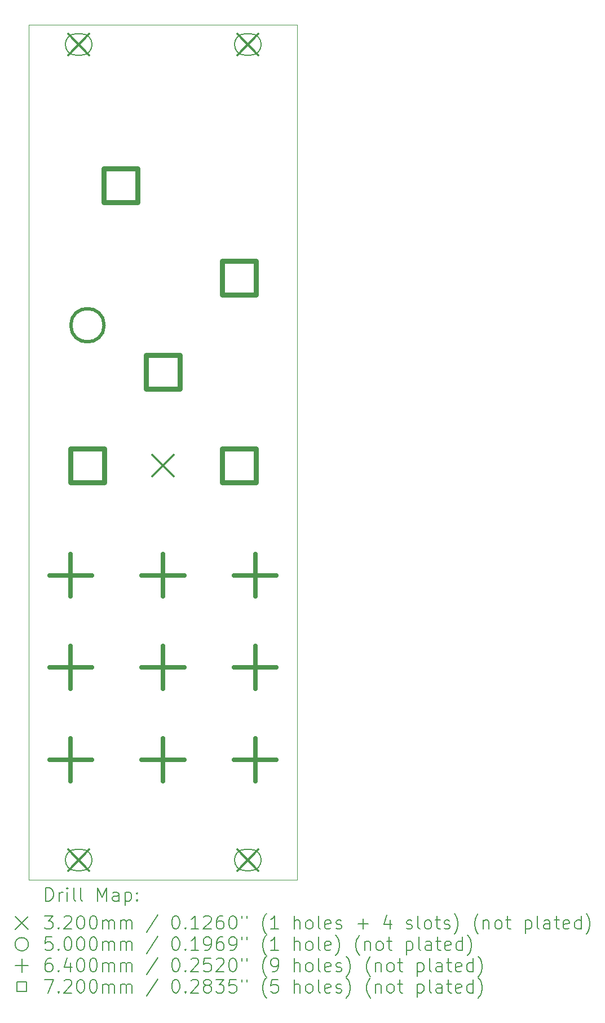
<source format=gbr>
%TF.GenerationSoftware,KiCad,Pcbnew,7.0.8*%
%TF.CreationDate,2024-02-26T10:50:34-05:00*%
%TF.ProjectId,lichen-bifocals-panel,6c696368-656e-42d6-9269-666f63616c73,rev?*%
%TF.SameCoordinates,Original*%
%TF.FileFunction,Drillmap*%
%TF.FilePolarity,Positive*%
%FSLAX45Y45*%
G04 Gerber Fmt 4.5, Leading zero omitted, Abs format (unit mm)*
G04 Created by KiCad (PCBNEW 7.0.8) date 2024-02-26 10:50:34*
%MOMM*%
%LPD*%
G01*
G04 APERTURE LIST*
%ADD10C,0.100000*%
%ADD11C,0.200000*%
%ADD12C,0.320000*%
%ADD13C,0.500000*%
%ADD14C,0.640000*%
%ADD15C,0.720000*%
G04 APERTURE END LIST*
D10*
X10000000Y-10000000D02*
X14030000Y-10000000D01*
X14030000Y-22850000D01*
X10000000Y-22850000D01*
X10000000Y-10000000D01*
D11*
D12*
X10590000Y-10140000D02*
X10910000Y-10460000D01*
X10910000Y-10140000D02*
X10590000Y-10460000D01*
D11*
X10710000Y-10460000D02*
X10790000Y-10460000D01*
X10790000Y-10460000D02*
G75*
G03*
X10790000Y-10140000I0J160000D01*
G01*
X10790000Y-10140000D02*
X10710000Y-10140000D01*
X10710000Y-10140000D02*
G75*
G03*
X10710000Y-10460000I0J-160000D01*
G01*
D12*
X10590000Y-22390000D02*
X10910000Y-22710000D01*
X10910000Y-22390000D02*
X10590000Y-22710000D01*
D11*
X10710000Y-22710000D02*
X10790000Y-22710000D01*
X10790000Y-22710000D02*
G75*
G03*
X10790000Y-22390000I0J160000D01*
G01*
X10790000Y-22390000D02*
X10710000Y-22390000D01*
X10710000Y-22390000D02*
G75*
G03*
X10710000Y-22710000I0J-160000D01*
G01*
D12*
X11855000Y-16468400D02*
X12175000Y-16788400D01*
X12175000Y-16468400D02*
X11855000Y-16788400D01*
X13130000Y-10140000D02*
X13450000Y-10460000D01*
X13450000Y-10140000D02*
X13130000Y-10460000D01*
D11*
X13330000Y-10140000D02*
X13250000Y-10140000D01*
X13250000Y-10140000D02*
G75*
G03*
X13250000Y-10460000I0J-160000D01*
G01*
X13250000Y-10460000D02*
X13330000Y-10460000D01*
X13330000Y-10460000D02*
G75*
G03*
X13330000Y-10140000I0J160000D01*
G01*
D12*
X13130000Y-22390000D02*
X13450000Y-22710000D01*
X13450000Y-22390000D02*
X13130000Y-22710000D01*
D11*
X13330000Y-22390000D02*
X13250000Y-22390000D01*
X13250000Y-22390000D02*
G75*
G03*
X13250000Y-22710000I0J-160000D01*
G01*
X13250000Y-22710000D02*
X13330000Y-22710000D01*
X13330000Y-22710000D02*
G75*
G03*
X13330000Y-22390000I0J160000D01*
G01*
D13*
X11131600Y-14517000D02*
G75*
G03*
X11131600Y-14517000I-250000J0D01*
G01*
D14*
X10629700Y-17952300D02*
X10629700Y-18592300D01*
X10309700Y-18272300D02*
X10949700Y-18272300D01*
X10629700Y-19337700D02*
X10629700Y-19977700D01*
X10309700Y-19657700D02*
X10949700Y-19657700D01*
X10629700Y-20722900D02*
X10629700Y-21362900D01*
X10309700Y-21042900D02*
X10949700Y-21042900D01*
X12015000Y-17952300D02*
X12015000Y-18592300D01*
X11695000Y-18272300D02*
X12335000Y-18272300D01*
X12015000Y-19337700D02*
X12015000Y-19977700D01*
X11695000Y-19657700D02*
X12335000Y-19657700D01*
X12015000Y-20722900D02*
X12015000Y-21362900D01*
X11695000Y-21042900D02*
X12335000Y-21042900D01*
X13400400Y-17952300D02*
X13400400Y-18592300D01*
X13080400Y-18272300D02*
X13720400Y-18272300D01*
X13400400Y-19337700D02*
X13400400Y-19977700D01*
X13080400Y-19657700D02*
X13720400Y-19657700D01*
X13400400Y-20722900D02*
X13400400Y-21362900D01*
X13080400Y-21042900D02*
X13720400Y-21042900D01*
D15*
X11136161Y-16882961D02*
X11136161Y-16373839D01*
X10627039Y-16373839D01*
X10627039Y-16882961D01*
X11136161Y-16882961D01*
X11631761Y-12672161D02*
X11631761Y-12163039D01*
X11122639Y-12163039D01*
X11122639Y-12672161D01*
X11631761Y-12672161D01*
X12269561Y-15474861D02*
X12269561Y-14965739D01*
X11760439Y-14965739D01*
X11760439Y-15474861D01*
X12269561Y-15474861D01*
X13413261Y-14060261D02*
X13413261Y-13551139D01*
X12904139Y-13551139D01*
X12904139Y-14060261D01*
X13413261Y-14060261D01*
X13413261Y-16882961D02*
X13413261Y-16373839D01*
X12904139Y-16373839D01*
X12904139Y-16882961D01*
X13413261Y-16882961D01*
D11*
X10255777Y-23166484D02*
X10255777Y-22966484D01*
X10255777Y-22966484D02*
X10303396Y-22966484D01*
X10303396Y-22966484D02*
X10331967Y-22976008D01*
X10331967Y-22976008D02*
X10351015Y-22995055D01*
X10351015Y-22995055D02*
X10360539Y-23014103D01*
X10360539Y-23014103D02*
X10370063Y-23052198D01*
X10370063Y-23052198D02*
X10370063Y-23080769D01*
X10370063Y-23080769D02*
X10360539Y-23118865D01*
X10360539Y-23118865D02*
X10351015Y-23137912D01*
X10351015Y-23137912D02*
X10331967Y-23156960D01*
X10331967Y-23156960D02*
X10303396Y-23166484D01*
X10303396Y-23166484D02*
X10255777Y-23166484D01*
X10455777Y-23166484D02*
X10455777Y-23033150D01*
X10455777Y-23071246D02*
X10465301Y-23052198D01*
X10465301Y-23052198D02*
X10474824Y-23042674D01*
X10474824Y-23042674D02*
X10493872Y-23033150D01*
X10493872Y-23033150D02*
X10512920Y-23033150D01*
X10579586Y-23166484D02*
X10579586Y-23033150D01*
X10579586Y-22966484D02*
X10570063Y-22976008D01*
X10570063Y-22976008D02*
X10579586Y-22985531D01*
X10579586Y-22985531D02*
X10589110Y-22976008D01*
X10589110Y-22976008D02*
X10579586Y-22966484D01*
X10579586Y-22966484D02*
X10579586Y-22985531D01*
X10703396Y-23166484D02*
X10684348Y-23156960D01*
X10684348Y-23156960D02*
X10674824Y-23137912D01*
X10674824Y-23137912D02*
X10674824Y-22966484D01*
X10808158Y-23166484D02*
X10789110Y-23156960D01*
X10789110Y-23156960D02*
X10779586Y-23137912D01*
X10779586Y-23137912D02*
X10779586Y-22966484D01*
X11036729Y-23166484D02*
X11036729Y-22966484D01*
X11036729Y-22966484D02*
X11103396Y-23109341D01*
X11103396Y-23109341D02*
X11170063Y-22966484D01*
X11170063Y-22966484D02*
X11170063Y-23166484D01*
X11351015Y-23166484D02*
X11351015Y-23061722D01*
X11351015Y-23061722D02*
X11341491Y-23042674D01*
X11341491Y-23042674D02*
X11322443Y-23033150D01*
X11322443Y-23033150D02*
X11284348Y-23033150D01*
X11284348Y-23033150D02*
X11265301Y-23042674D01*
X11351015Y-23156960D02*
X11331967Y-23166484D01*
X11331967Y-23166484D02*
X11284348Y-23166484D01*
X11284348Y-23166484D02*
X11265301Y-23156960D01*
X11265301Y-23156960D02*
X11255777Y-23137912D01*
X11255777Y-23137912D02*
X11255777Y-23118865D01*
X11255777Y-23118865D02*
X11265301Y-23099817D01*
X11265301Y-23099817D02*
X11284348Y-23090293D01*
X11284348Y-23090293D02*
X11331967Y-23090293D01*
X11331967Y-23090293D02*
X11351015Y-23080769D01*
X11446253Y-23033150D02*
X11446253Y-23233150D01*
X11446253Y-23042674D02*
X11465301Y-23033150D01*
X11465301Y-23033150D02*
X11503396Y-23033150D01*
X11503396Y-23033150D02*
X11522443Y-23042674D01*
X11522443Y-23042674D02*
X11531967Y-23052198D01*
X11531967Y-23052198D02*
X11541491Y-23071246D01*
X11541491Y-23071246D02*
X11541491Y-23128388D01*
X11541491Y-23128388D02*
X11531967Y-23147436D01*
X11531967Y-23147436D02*
X11522443Y-23156960D01*
X11522443Y-23156960D02*
X11503396Y-23166484D01*
X11503396Y-23166484D02*
X11465301Y-23166484D01*
X11465301Y-23166484D02*
X11446253Y-23156960D01*
X11627205Y-23147436D02*
X11636729Y-23156960D01*
X11636729Y-23156960D02*
X11627205Y-23166484D01*
X11627205Y-23166484D02*
X11617682Y-23156960D01*
X11617682Y-23156960D02*
X11627205Y-23147436D01*
X11627205Y-23147436D02*
X11627205Y-23166484D01*
X11627205Y-23042674D02*
X11636729Y-23052198D01*
X11636729Y-23052198D02*
X11627205Y-23061722D01*
X11627205Y-23061722D02*
X11617682Y-23052198D01*
X11617682Y-23052198D02*
X11627205Y-23042674D01*
X11627205Y-23042674D02*
X11627205Y-23061722D01*
X9795000Y-23395000D02*
X9995000Y-23595000D01*
X9995000Y-23395000D02*
X9795000Y-23595000D01*
X10236729Y-23386484D02*
X10360539Y-23386484D01*
X10360539Y-23386484D02*
X10293872Y-23462674D01*
X10293872Y-23462674D02*
X10322444Y-23462674D01*
X10322444Y-23462674D02*
X10341491Y-23472198D01*
X10341491Y-23472198D02*
X10351015Y-23481722D01*
X10351015Y-23481722D02*
X10360539Y-23500769D01*
X10360539Y-23500769D02*
X10360539Y-23548388D01*
X10360539Y-23548388D02*
X10351015Y-23567436D01*
X10351015Y-23567436D02*
X10341491Y-23576960D01*
X10341491Y-23576960D02*
X10322444Y-23586484D01*
X10322444Y-23586484D02*
X10265301Y-23586484D01*
X10265301Y-23586484D02*
X10246253Y-23576960D01*
X10246253Y-23576960D02*
X10236729Y-23567436D01*
X10446253Y-23567436D02*
X10455777Y-23576960D01*
X10455777Y-23576960D02*
X10446253Y-23586484D01*
X10446253Y-23586484D02*
X10436729Y-23576960D01*
X10436729Y-23576960D02*
X10446253Y-23567436D01*
X10446253Y-23567436D02*
X10446253Y-23586484D01*
X10531967Y-23405531D02*
X10541491Y-23396008D01*
X10541491Y-23396008D02*
X10560539Y-23386484D01*
X10560539Y-23386484D02*
X10608158Y-23386484D01*
X10608158Y-23386484D02*
X10627205Y-23396008D01*
X10627205Y-23396008D02*
X10636729Y-23405531D01*
X10636729Y-23405531D02*
X10646253Y-23424579D01*
X10646253Y-23424579D02*
X10646253Y-23443627D01*
X10646253Y-23443627D02*
X10636729Y-23472198D01*
X10636729Y-23472198D02*
X10522444Y-23586484D01*
X10522444Y-23586484D02*
X10646253Y-23586484D01*
X10770063Y-23386484D02*
X10789110Y-23386484D01*
X10789110Y-23386484D02*
X10808158Y-23396008D01*
X10808158Y-23396008D02*
X10817682Y-23405531D01*
X10817682Y-23405531D02*
X10827205Y-23424579D01*
X10827205Y-23424579D02*
X10836729Y-23462674D01*
X10836729Y-23462674D02*
X10836729Y-23510293D01*
X10836729Y-23510293D02*
X10827205Y-23548388D01*
X10827205Y-23548388D02*
X10817682Y-23567436D01*
X10817682Y-23567436D02*
X10808158Y-23576960D01*
X10808158Y-23576960D02*
X10789110Y-23586484D01*
X10789110Y-23586484D02*
X10770063Y-23586484D01*
X10770063Y-23586484D02*
X10751015Y-23576960D01*
X10751015Y-23576960D02*
X10741491Y-23567436D01*
X10741491Y-23567436D02*
X10731967Y-23548388D01*
X10731967Y-23548388D02*
X10722444Y-23510293D01*
X10722444Y-23510293D02*
X10722444Y-23462674D01*
X10722444Y-23462674D02*
X10731967Y-23424579D01*
X10731967Y-23424579D02*
X10741491Y-23405531D01*
X10741491Y-23405531D02*
X10751015Y-23396008D01*
X10751015Y-23396008D02*
X10770063Y-23386484D01*
X10960539Y-23386484D02*
X10979586Y-23386484D01*
X10979586Y-23386484D02*
X10998634Y-23396008D01*
X10998634Y-23396008D02*
X11008158Y-23405531D01*
X11008158Y-23405531D02*
X11017682Y-23424579D01*
X11017682Y-23424579D02*
X11027205Y-23462674D01*
X11027205Y-23462674D02*
X11027205Y-23510293D01*
X11027205Y-23510293D02*
X11017682Y-23548388D01*
X11017682Y-23548388D02*
X11008158Y-23567436D01*
X11008158Y-23567436D02*
X10998634Y-23576960D01*
X10998634Y-23576960D02*
X10979586Y-23586484D01*
X10979586Y-23586484D02*
X10960539Y-23586484D01*
X10960539Y-23586484D02*
X10941491Y-23576960D01*
X10941491Y-23576960D02*
X10931967Y-23567436D01*
X10931967Y-23567436D02*
X10922444Y-23548388D01*
X10922444Y-23548388D02*
X10912920Y-23510293D01*
X10912920Y-23510293D02*
X10912920Y-23462674D01*
X10912920Y-23462674D02*
X10922444Y-23424579D01*
X10922444Y-23424579D02*
X10931967Y-23405531D01*
X10931967Y-23405531D02*
X10941491Y-23396008D01*
X10941491Y-23396008D02*
X10960539Y-23386484D01*
X11112920Y-23586484D02*
X11112920Y-23453150D01*
X11112920Y-23472198D02*
X11122444Y-23462674D01*
X11122444Y-23462674D02*
X11141491Y-23453150D01*
X11141491Y-23453150D02*
X11170063Y-23453150D01*
X11170063Y-23453150D02*
X11189110Y-23462674D01*
X11189110Y-23462674D02*
X11198634Y-23481722D01*
X11198634Y-23481722D02*
X11198634Y-23586484D01*
X11198634Y-23481722D02*
X11208158Y-23462674D01*
X11208158Y-23462674D02*
X11227205Y-23453150D01*
X11227205Y-23453150D02*
X11255777Y-23453150D01*
X11255777Y-23453150D02*
X11274824Y-23462674D01*
X11274824Y-23462674D02*
X11284348Y-23481722D01*
X11284348Y-23481722D02*
X11284348Y-23586484D01*
X11379586Y-23586484D02*
X11379586Y-23453150D01*
X11379586Y-23472198D02*
X11389110Y-23462674D01*
X11389110Y-23462674D02*
X11408158Y-23453150D01*
X11408158Y-23453150D02*
X11436729Y-23453150D01*
X11436729Y-23453150D02*
X11455777Y-23462674D01*
X11455777Y-23462674D02*
X11465301Y-23481722D01*
X11465301Y-23481722D02*
X11465301Y-23586484D01*
X11465301Y-23481722D02*
X11474824Y-23462674D01*
X11474824Y-23462674D02*
X11493872Y-23453150D01*
X11493872Y-23453150D02*
X11522443Y-23453150D01*
X11522443Y-23453150D02*
X11541491Y-23462674D01*
X11541491Y-23462674D02*
X11551015Y-23481722D01*
X11551015Y-23481722D02*
X11551015Y-23586484D01*
X11941491Y-23376960D02*
X11770063Y-23634103D01*
X12198634Y-23386484D02*
X12217682Y-23386484D01*
X12217682Y-23386484D02*
X12236729Y-23396008D01*
X12236729Y-23396008D02*
X12246253Y-23405531D01*
X12246253Y-23405531D02*
X12255777Y-23424579D01*
X12255777Y-23424579D02*
X12265301Y-23462674D01*
X12265301Y-23462674D02*
X12265301Y-23510293D01*
X12265301Y-23510293D02*
X12255777Y-23548388D01*
X12255777Y-23548388D02*
X12246253Y-23567436D01*
X12246253Y-23567436D02*
X12236729Y-23576960D01*
X12236729Y-23576960D02*
X12217682Y-23586484D01*
X12217682Y-23586484D02*
X12198634Y-23586484D01*
X12198634Y-23586484D02*
X12179586Y-23576960D01*
X12179586Y-23576960D02*
X12170063Y-23567436D01*
X12170063Y-23567436D02*
X12160539Y-23548388D01*
X12160539Y-23548388D02*
X12151015Y-23510293D01*
X12151015Y-23510293D02*
X12151015Y-23462674D01*
X12151015Y-23462674D02*
X12160539Y-23424579D01*
X12160539Y-23424579D02*
X12170063Y-23405531D01*
X12170063Y-23405531D02*
X12179586Y-23396008D01*
X12179586Y-23396008D02*
X12198634Y-23386484D01*
X12351015Y-23567436D02*
X12360539Y-23576960D01*
X12360539Y-23576960D02*
X12351015Y-23586484D01*
X12351015Y-23586484D02*
X12341491Y-23576960D01*
X12341491Y-23576960D02*
X12351015Y-23567436D01*
X12351015Y-23567436D02*
X12351015Y-23586484D01*
X12551015Y-23586484D02*
X12436729Y-23586484D01*
X12493872Y-23586484D02*
X12493872Y-23386484D01*
X12493872Y-23386484D02*
X12474825Y-23415055D01*
X12474825Y-23415055D02*
X12455777Y-23434103D01*
X12455777Y-23434103D02*
X12436729Y-23443627D01*
X12627206Y-23405531D02*
X12636729Y-23396008D01*
X12636729Y-23396008D02*
X12655777Y-23386484D01*
X12655777Y-23386484D02*
X12703396Y-23386484D01*
X12703396Y-23386484D02*
X12722444Y-23396008D01*
X12722444Y-23396008D02*
X12731967Y-23405531D01*
X12731967Y-23405531D02*
X12741491Y-23424579D01*
X12741491Y-23424579D02*
X12741491Y-23443627D01*
X12741491Y-23443627D02*
X12731967Y-23472198D01*
X12731967Y-23472198D02*
X12617682Y-23586484D01*
X12617682Y-23586484D02*
X12741491Y-23586484D01*
X12912920Y-23386484D02*
X12874825Y-23386484D01*
X12874825Y-23386484D02*
X12855777Y-23396008D01*
X12855777Y-23396008D02*
X12846253Y-23405531D01*
X12846253Y-23405531D02*
X12827206Y-23434103D01*
X12827206Y-23434103D02*
X12817682Y-23472198D01*
X12817682Y-23472198D02*
X12817682Y-23548388D01*
X12817682Y-23548388D02*
X12827206Y-23567436D01*
X12827206Y-23567436D02*
X12836729Y-23576960D01*
X12836729Y-23576960D02*
X12855777Y-23586484D01*
X12855777Y-23586484D02*
X12893872Y-23586484D01*
X12893872Y-23586484D02*
X12912920Y-23576960D01*
X12912920Y-23576960D02*
X12922444Y-23567436D01*
X12922444Y-23567436D02*
X12931967Y-23548388D01*
X12931967Y-23548388D02*
X12931967Y-23500769D01*
X12931967Y-23500769D02*
X12922444Y-23481722D01*
X12922444Y-23481722D02*
X12912920Y-23472198D01*
X12912920Y-23472198D02*
X12893872Y-23462674D01*
X12893872Y-23462674D02*
X12855777Y-23462674D01*
X12855777Y-23462674D02*
X12836729Y-23472198D01*
X12836729Y-23472198D02*
X12827206Y-23481722D01*
X12827206Y-23481722D02*
X12817682Y-23500769D01*
X13055777Y-23386484D02*
X13074825Y-23386484D01*
X13074825Y-23386484D02*
X13093872Y-23396008D01*
X13093872Y-23396008D02*
X13103396Y-23405531D01*
X13103396Y-23405531D02*
X13112920Y-23424579D01*
X13112920Y-23424579D02*
X13122444Y-23462674D01*
X13122444Y-23462674D02*
X13122444Y-23510293D01*
X13122444Y-23510293D02*
X13112920Y-23548388D01*
X13112920Y-23548388D02*
X13103396Y-23567436D01*
X13103396Y-23567436D02*
X13093872Y-23576960D01*
X13093872Y-23576960D02*
X13074825Y-23586484D01*
X13074825Y-23586484D02*
X13055777Y-23586484D01*
X13055777Y-23586484D02*
X13036729Y-23576960D01*
X13036729Y-23576960D02*
X13027206Y-23567436D01*
X13027206Y-23567436D02*
X13017682Y-23548388D01*
X13017682Y-23548388D02*
X13008158Y-23510293D01*
X13008158Y-23510293D02*
X13008158Y-23462674D01*
X13008158Y-23462674D02*
X13017682Y-23424579D01*
X13017682Y-23424579D02*
X13027206Y-23405531D01*
X13027206Y-23405531D02*
X13036729Y-23396008D01*
X13036729Y-23396008D02*
X13055777Y-23386484D01*
X13198634Y-23386484D02*
X13198634Y-23424579D01*
X13274825Y-23386484D02*
X13274825Y-23424579D01*
X13570063Y-23662674D02*
X13560539Y-23653150D01*
X13560539Y-23653150D02*
X13541491Y-23624579D01*
X13541491Y-23624579D02*
X13531968Y-23605531D01*
X13531968Y-23605531D02*
X13522444Y-23576960D01*
X13522444Y-23576960D02*
X13512920Y-23529341D01*
X13512920Y-23529341D02*
X13512920Y-23491246D01*
X13512920Y-23491246D02*
X13522444Y-23443627D01*
X13522444Y-23443627D02*
X13531968Y-23415055D01*
X13531968Y-23415055D02*
X13541491Y-23396008D01*
X13541491Y-23396008D02*
X13560539Y-23367436D01*
X13560539Y-23367436D02*
X13570063Y-23357912D01*
X13751015Y-23586484D02*
X13636729Y-23586484D01*
X13693872Y-23586484D02*
X13693872Y-23386484D01*
X13693872Y-23386484D02*
X13674825Y-23415055D01*
X13674825Y-23415055D02*
X13655777Y-23434103D01*
X13655777Y-23434103D02*
X13636729Y-23443627D01*
X13989110Y-23586484D02*
X13989110Y-23386484D01*
X14074825Y-23586484D02*
X14074825Y-23481722D01*
X14074825Y-23481722D02*
X14065301Y-23462674D01*
X14065301Y-23462674D02*
X14046253Y-23453150D01*
X14046253Y-23453150D02*
X14017682Y-23453150D01*
X14017682Y-23453150D02*
X13998634Y-23462674D01*
X13998634Y-23462674D02*
X13989110Y-23472198D01*
X14198634Y-23586484D02*
X14179587Y-23576960D01*
X14179587Y-23576960D02*
X14170063Y-23567436D01*
X14170063Y-23567436D02*
X14160539Y-23548388D01*
X14160539Y-23548388D02*
X14160539Y-23491246D01*
X14160539Y-23491246D02*
X14170063Y-23472198D01*
X14170063Y-23472198D02*
X14179587Y-23462674D01*
X14179587Y-23462674D02*
X14198634Y-23453150D01*
X14198634Y-23453150D02*
X14227206Y-23453150D01*
X14227206Y-23453150D02*
X14246253Y-23462674D01*
X14246253Y-23462674D02*
X14255777Y-23472198D01*
X14255777Y-23472198D02*
X14265301Y-23491246D01*
X14265301Y-23491246D02*
X14265301Y-23548388D01*
X14265301Y-23548388D02*
X14255777Y-23567436D01*
X14255777Y-23567436D02*
X14246253Y-23576960D01*
X14246253Y-23576960D02*
X14227206Y-23586484D01*
X14227206Y-23586484D02*
X14198634Y-23586484D01*
X14379587Y-23586484D02*
X14360539Y-23576960D01*
X14360539Y-23576960D02*
X14351015Y-23557912D01*
X14351015Y-23557912D02*
X14351015Y-23386484D01*
X14531968Y-23576960D02*
X14512920Y-23586484D01*
X14512920Y-23586484D02*
X14474825Y-23586484D01*
X14474825Y-23586484D02*
X14455777Y-23576960D01*
X14455777Y-23576960D02*
X14446253Y-23557912D01*
X14446253Y-23557912D02*
X14446253Y-23481722D01*
X14446253Y-23481722D02*
X14455777Y-23462674D01*
X14455777Y-23462674D02*
X14474825Y-23453150D01*
X14474825Y-23453150D02*
X14512920Y-23453150D01*
X14512920Y-23453150D02*
X14531968Y-23462674D01*
X14531968Y-23462674D02*
X14541491Y-23481722D01*
X14541491Y-23481722D02*
X14541491Y-23500769D01*
X14541491Y-23500769D02*
X14446253Y-23519817D01*
X14617682Y-23576960D02*
X14636730Y-23586484D01*
X14636730Y-23586484D02*
X14674825Y-23586484D01*
X14674825Y-23586484D02*
X14693872Y-23576960D01*
X14693872Y-23576960D02*
X14703396Y-23557912D01*
X14703396Y-23557912D02*
X14703396Y-23548388D01*
X14703396Y-23548388D02*
X14693872Y-23529341D01*
X14693872Y-23529341D02*
X14674825Y-23519817D01*
X14674825Y-23519817D02*
X14646253Y-23519817D01*
X14646253Y-23519817D02*
X14627206Y-23510293D01*
X14627206Y-23510293D02*
X14617682Y-23491246D01*
X14617682Y-23491246D02*
X14617682Y-23481722D01*
X14617682Y-23481722D02*
X14627206Y-23462674D01*
X14627206Y-23462674D02*
X14646253Y-23453150D01*
X14646253Y-23453150D02*
X14674825Y-23453150D01*
X14674825Y-23453150D02*
X14693872Y-23462674D01*
X14941492Y-23510293D02*
X15093873Y-23510293D01*
X15017682Y-23586484D02*
X15017682Y-23434103D01*
X15427206Y-23453150D02*
X15427206Y-23586484D01*
X15379587Y-23376960D02*
X15331968Y-23519817D01*
X15331968Y-23519817D02*
X15455777Y-23519817D01*
X15674825Y-23576960D02*
X15693873Y-23586484D01*
X15693873Y-23586484D02*
X15731968Y-23586484D01*
X15731968Y-23586484D02*
X15751015Y-23576960D01*
X15751015Y-23576960D02*
X15760539Y-23557912D01*
X15760539Y-23557912D02*
X15760539Y-23548388D01*
X15760539Y-23548388D02*
X15751015Y-23529341D01*
X15751015Y-23529341D02*
X15731968Y-23519817D01*
X15731968Y-23519817D02*
X15703396Y-23519817D01*
X15703396Y-23519817D02*
X15684349Y-23510293D01*
X15684349Y-23510293D02*
X15674825Y-23491246D01*
X15674825Y-23491246D02*
X15674825Y-23481722D01*
X15674825Y-23481722D02*
X15684349Y-23462674D01*
X15684349Y-23462674D02*
X15703396Y-23453150D01*
X15703396Y-23453150D02*
X15731968Y-23453150D01*
X15731968Y-23453150D02*
X15751015Y-23462674D01*
X15874825Y-23586484D02*
X15855777Y-23576960D01*
X15855777Y-23576960D02*
X15846254Y-23557912D01*
X15846254Y-23557912D02*
X15846254Y-23386484D01*
X15979587Y-23586484D02*
X15960539Y-23576960D01*
X15960539Y-23576960D02*
X15951015Y-23567436D01*
X15951015Y-23567436D02*
X15941492Y-23548388D01*
X15941492Y-23548388D02*
X15941492Y-23491246D01*
X15941492Y-23491246D02*
X15951015Y-23472198D01*
X15951015Y-23472198D02*
X15960539Y-23462674D01*
X15960539Y-23462674D02*
X15979587Y-23453150D01*
X15979587Y-23453150D02*
X16008158Y-23453150D01*
X16008158Y-23453150D02*
X16027206Y-23462674D01*
X16027206Y-23462674D02*
X16036730Y-23472198D01*
X16036730Y-23472198D02*
X16046254Y-23491246D01*
X16046254Y-23491246D02*
X16046254Y-23548388D01*
X16046254Y-23548388D02*
X16036730Y-23567436D01*
X16036730Y-23567436D02*
X16027206Y-23576960D01*
X16027206Y-23576960D02*
X16008158Y-23586484D01*
X16008158Y-23586484D02*
X15979587Y-23586484D01*
X16103396Y-23453150D02*
X16179587Y-23453150D01*
X16131968Y-23386484D02*
X16131968Y-23557912D01*
X16131968Y-23557912D02*
X16141492Y-23576960D01*
X16141492Y-23576960D02*
X16160539Y-23586484D01*
X16160539Y-23586484D02*
X16179587Y-23586484D01*
X16236730Y-23576960D02*
X16255777Y-23586484D01*
X16255777Y-23586484D02*
X16293873Y-23586484D01*
X16293873Y-23586484D02*
X16312920Y-23576960D01*
X16312920Y-23576960D02*
X16322444Y-23557912D01*
X16322444Y-23557912D02*
X16322444Y-23548388D01*
X16322444Y-23548388D02*
X16312920Y-23529341D01*
X16312920Y-23529341D02*
X16293873Y-23519817D01*
X16293873Y-23519817D02*
X16265301Y-23519817D01*
X16265301Y-23519817D02*
X16246254Y-23510293D01*
X16246254Y-23510293D02*
X16236730Y-23491246D01*
X16236730Y-23491246D02*
X16236730Y-23481722D01*
X16236730Y-23481722D02*
X16246254Y-23462674D01*
X16246254Y-23462674D02*
X16265301Y-23453150D01*
X16265301Y-23453150D02*
X16293873Y-23453150D01*
X16293873Y-23453150D02*
X16312920Y-23462674D01*
X16389111Y-23662674D02*
X16398635Y-23653150D01*
X16398635Y-23653150D02*
X16417682Y-23624579D01*
X16417682Y-23624579D02*
X16427206Y-23605531D01*
X16427206Y-23605531D02*
X16436730Y-23576960D01*
X16436730Y-23576960D02*
X16446254Y-23529341D01*
X16446254Y-23529341D02*
X16446254Y-23491246D01*
X16446254Y-23491246D02*
X16436730Y-23443627D01*
X16436730Y-23443627D02*
X16427206Y-23415055D01*
X16427206Y-23415055D02*
X16417682Y-23396008D01*
X16417682Y-23396008D02*
X16398635Y-23367436D01*
X16398635Y-23367436D02*
X16389111Y-23357912D01*
X16751016Y-23662674D02*
X16741492Y-23653150D01*
X16741492Y-23653150D02*
X16722444Y-23624579D01*
X16722444Y-23624579D02*
X16712920Y-23605531D01*
X16712920Y-23605531D02*
X16703396Y-23576960D01*
X16703396Y-23576960D02*
X16693873Y-23529341D01*
X16693873Y-23529341D02*
X16693873Y-23491246D01*
X16693873Y-23491246D02*
X16703396Y-23443627D01*
X16703396Y-23443627D02*
X16712920Y-23415055D01*
X16712920Y-23415055D02*
X16722444Y-23396008D01*
X16722444Y-23396008D02*
X16741492Y-23367436D01*
X16741492Y-23367436D02*
X16751016Y-23357912D01*
X16827206Y-23453150D02*
X16827206Y-23586484D01*
X16827206Y-23472198D02*
X16836730Y-23462674D01*
X16836730Y-23462674D02*
X16855777Y-23453150D01*
X16855777Y-23453150D02*
X16884349Y-23453150D01*
X16884349Y-23453150D02*
X16903397Y-23462674D01*
X16903397Y-23462674D02*
X16912920Y-23481722D01*
X16912920Y-23481722D02*
X16912920Y-23586484D01*
X17036730Y-23586484D02*
X17017682Y-23576960D01*
X17017682Y-23576960D02*
X17008158Y-23567436D01*
X17008158Y-23567436D02*
X16998635Y-23548388D01*
X16998635Y-23548388D02*
X16998635Y-23491246D01*
X16998635Y-23491246D02*
X17008158Y-23472198D01*
X17008158Y-23472198D02*
X17017682Y-23462674D01*
X17017682Y-23462674D02*
X17036730Y-23453150D01*
X17036730Y-23453150D02*
X17065301Y-23453150D01*
X17065301Y-23453150D02*
X17084349Y-23462674D01*
X17084349Y-23462674D02*
X17093873Y-23472198D01*
X17093873Y-23472198D02*
X17103397Y-23491246D01*
X17103397Y-23491246D02*
X17103397Y-23548388D01*
X17103397Y-23548388D02*
X17093873Y-23567436D01*
X17093873Y-23567436D02*
X17084349Y-23576960D01*
X17084349Y-23576960D02*
X17065301Y-23586484D01*
X17065301Y-23586484D02*
X17036730Y-23586484D01*
X17160539Y-23453150D02*
X17236730Y-23453150D01*
X17189111Y-23386484D02*
X17189111Y-23557912D01*
X17189111Y-23557912D02*
X17198635Y-23576960D01*
X17198635Y-23576960D02*
X17217682Y-23586484D01*
X17217682Y-23586484D02*
X17236730Y-23586484D01*
X17455778Y-23453150D02*
X17455778Y-23653150D01*
X17455778Y-23462674D02*
X17474825Y-23453150D01*
X17474825Y-23453150D02*
X17512920Y-23453150D01*
X17512920Y-23453150D02*
X17531968Y-23462674D01*
X17531968Y-23462674D02*
X17541492Y-23472198D01*
X17541492Y-23472198D02*
X17551016Y-23491246D01*
X17551016Y-23491246D02*
X17551016Y-23548388D01*
X17551016Y-23548388D02*
X17541492Y-23567436D01*
X17541492Y-23567436D02*
X17531968Y-23576960D01*
X17531968Y-23576960D02*
X17512920Y-23586484D01*
X17512920Y-23586484D02*
X17474825Y-23586484D01*
X17474825Y-23586484D02*
X17455778Y-23576960D01*
X17665301Y-23586484D02*
X17646254Y-23576960D01*
X17646254Y-23576960D02*
X17636730Y-23557912D01*
X17636730Y-23557912D02*
X17636730Y-23386484D01*
X17827206Y-23586484D02*
X17827206Y-23481722D01*
X17827206Y-23481722D02*
X17817682Y-23462674D01*
X17817682Y-23462674D02*
X17798635Y-23453150D01*
X17798635Y-23453150D02*
X17760539Y-23453150D01*
X17760539Y-23453150D02*
X17741492Y-23462674D01*
X17827206Y-23576960D02*
X17808159Y-23586484D01*
X17808159Y-23586484D02*
X17760539Y-23586484D01*
X17760539Y-23586484D02*
X17741492Y-23576960D01*
X17741492Y-23576960D02*
X17731968Y-23557912D01*
X17731968Y-23557912D02*
X17731968Y-23538865D01*
X17731968Y-23538865D02*
X17741492Y-23519817D01*
X17741492Y-23519817D02*
X17760539Y-23510293D01*
X17760539Y-23510293D02*
X17808159Y-23510293D01*
X17808159Y-23510293D02*
X17827206Y-23500769D01*
X17893873Y-23453150D02*
X17970063Y-23453150D01*
X17922444Y-23386484D02*
X17922444Y-23557912D01*
X17922444Y-23557912D02*
X17931968Y-23576960D01*
X17931968Y-23576960D02*
X17951016Y-23586484D01*
X17951016Y-23586484D02*
X17970063Y-23586484D01*
X18112920Y-23576960D02*
X18093873Y-23586484D01*
X18093873Y-23586484D02*
X18055778Y-23586484D01*
X18055778Y-23586484D02*
X18036730Y-23576960D01*
X18036730Y-23576960D02*
X18027206Y-23557912D01*
X18027206Y-23557912D02*
X18027206Y-23481722D01*
X18027206Y-23481722D02*
X18036730Y-23462674D01*
X18036730Y-23462674D02*
X18055778Y-23453150D01*
X18055778Y-23453150D02*
X18093873Y-23453150D01*
X18093873Y-23453150D02*
X18112920Y-23462674D01*
X18112920Y-23462674D02*
X18122444Y-23481722D01*
X18122444Y-23481722D02*
X18122444Y-23500769D01*
X18122444Y-23500769D02*
X18027206Y-23519817D01*
X18293873Y-23586484D02*
X18293873Y-23386484D01*
X18293873Y-23576960D02*
X18274825Y-23586484D01*
X18274825Y-23586484D02*
X18236730Y-23586484D01*
X18236730Y-23586484D02*
X18217682Y-23576960D01*
X18217682Y-23576960D02*
X18208159Y-23567436D01*
X18208159Y-23567436D02*
X18198635Y-23548388D01*
X18198635Y-23548388D02*
X18198635Y-23491246D01*
X18198635Y-23491246D02*
X18208159Y-23472198D01*
X18208159Y-23472198D02*
X18217682Y-23462674D01*
X18217682Y-23462674D02*
X18236730Y-23453150D01*
X18236730Y-23453150D02*
X18274825Y-23453150D01*
X18274825Y-23453150D02*
X18293873Y-23462674D01*
X18370063Y-23662674D02*
X18379587Y-23653150D01*
X18379587Y-23653150D02*
X18398635Y-23624579D01*
X18398635Y-23624579D02*
X18408159Y-23605531D01*
X18408159Y-23605531D02*
X18417682Y-23576960D01*
X18417682Y-23576960D02*
X18427206Y-23529341D01*
X18427206Y-23529341D02*
X18427206Y-23491246D01*
X18427206Y-23491246D02*
X18417682Y-23443627D01*
X18417682Y-23443627D02*
X18408159Y-23415055D01*
X18408159Y-23415055D02*
X18398635Y-23396008D01*
X18398635Y-23396008D02*
X18379587Y-23367436D01*
X18379587Y-23367436D02*
X18370063Y-23357912D01*
X9995000Y-23815000D02*
G75*
G03*
X9995000Y-23815000I-100000J0D01*
G01*
X10351015Y-23706484D02*
X10255777Y-23706484D01*
X10255777Y-23706484D02*
X10246253Y-23801722D01*
X10246253Y-23801722D02*
X10255777Y-23792198D01*
X10255777Y-23792198D02*
X10274824Y-23782674D01*
X10274824Y-23782674D02*
X10322444Y-23782674D01*
X10322444Y-23782674D02*
X10341491Y-23792198D01*
X10341491Y-23792198D02*
X10351015Y-23801722D01*
X10351015Y-23801722D02*
X10360539Y-23820769D01*
X10360539Y-23820769D02*
X10360539Y-23868388D01*
X10360539Y-23868388D02*
X10351015Y-23887436D01*
X10351015Y-23887436D02*
X10341491Y-23896960D01*
X10341491Y-23896960D02*
X10322444Y-23906484D01*
X10322444Y-23906484D02*
X10274824Y-23906484D01*
X10274824Y-23906484D02*
X10255777Y-23896960D01*
X10255777Y-23896960D02*
X10246253Y-23887436D01*
X10446253Y-23887436D02*
X10455777Y-23896960D01*
X10455777Y-23896960D02*
X10446253Y-23906484D01*
X10446253Y-23906484D02*
X10436729Y-23896960D01*
X10436729Y-23896960D02*
X10446253Y-23887436D01*
X10446253Y-23887436D02*
X10446253Y-23906484D01*
X10579586Y-23706484D02*
X10598634Y-23706484D01*
X10598634Y-23706484D02*
X10617682Y-23716008D01*
X10617682Y-23716008D02*
X10627205Y-23725531D01*
X10627205Y-23725531D02*
X10636729Y-23744579D01*
X10636729Y-23744579D02*
X10646253Y-23782674D01*
X10646253Y-23782674D02*
X10646253Y-23830293D01*
X10646253Y-23830293D02*
X10636729Y-23868388D01*
X10636729Y-23868388D02*
X10627205Y-23887436D01*
X10627205Y-23887436D02*
X10617682Y-23896960D01*
X10617682Y-23896960D02*
X10598634Y-23906484D01*
X10598634Y-23906484D02*
X10579586Y-23906484D01*
X10579586Y-23906484D02*
X10560539Y-23896960D01*
X10560539Y-23896960D02*
X10551015Y-23887436D01*
X10551015Y-23887436D02*
X10541491Y-23868388D01*
X10541491Y-23868388D02*
X10531967Y-23830293D01*
X10531967Y-23830293D02*
X10531967Y-23782674D01*
X10531967Y-23782674D02*
X10541491Y-23744579D01*
X10541491Y-23744579D02*
X10551015Y-23725531D01*
X10551015Y-23725531D02*
X10560539Y-23716008D01*
X10560539Y-23716008D02*
X10579586Y-23706484D01*
X10770063Y-23706484D02*
X10789110Y-23706484D01*
X10789110Y-23706484D02*
X10808158Y-23716008D01*
X10808158Y-23716008D02*
X10817682Y-23725531D01*
X10817682Y-23725531D02*
X10827205Y-23744579D01*
X10827205Y-23744579D02*
X10836729Y-23782674D01*
X10836729Y-23782674D02*
X10836729Y-23830293D01*
X10836729Y-23830293D02*
X10827205Y-23868388D01*
X10827205Y-23868388D02*
X10817682Y-23887436D01*
X10817682Y-23887436D02*
X10808158Y-23896960D01*
X10808158Y-23896960D02*
X10789110Y-23906484D01*
X10789110Y-23906484D02*
X10770063Y-23906484D01*
X10770063Y-23906484D02*
X10751015Y-23896960D01*
X10751015Y-23896960D02*
X10741491Y-23887436D01*
X10741491Y-23887436D02*
X10731967Y-23868388D01*
X10731967Y-23868388D02*
X10722444Y-23830293D01*
X10722444Y-23830293D02*
X10722444Y-23782674D01*
X10722444Y-23782674D02*
X10731967Y-23744579D01*
X10731967Y-23744579D02*
X10741491Y-23725531D01*
X10741491Y-23725531D02*
X10751015Y-23716008D01*
X10751015Y-23716008D02*
X10770063Y-23706484D01*
X10960539Y-23706484D02*
X10979586Y-23706484D01*
X10979586Y-23706484D02*
X10998634Y-23716008D01*
X10998634Y-23716008D02*
X11008158Y-23725531D01*
X11008158Y-23725531D02*
X11017682Y-23744579D01*
X11017682Y-23744579D02*
X11027205Y-23782674D01*
X11027205Y-23782674D02*
X11027205Y-23830293D01*
X11027205Y-23830293D02*
X11017682Y-23868388D01*
X11017682Y-23868388D02*
X11008158Y-23887436D01*
X11008158Y-23887436D02*
X10998634Y-23896960D01*
X10998634Y-23896960D02*
X10979586Y-23906484D01*
X10979586Y-23906484D02*
X10960539Y-23906484D01*
X10960539Y-23906484D02*
X10941491Y-23896960D01*
X10941491Y-23896960D02*
X10931967Y-23887436D01*
X10931967Y-23887436D02*
X10922444Y-23868388D01*
X10922444Y-23868388D02*
X10912920Y-23830293D01*
X10912920Y-23830293D02*
X10912920Y-23782674D01*
X10912920Y-23782674D02*
X10922444Y-23744579D01*
X10922444Y-23744579D02*
X10931967Y-23725531D01*
X10931967Y-23725531D02*
X10941491Y-23716008D01*
X10941491Y-23716008D02*
X10960539Y-23706484D01*
X11112920Y-23906484D02*
X11112920Y-23773150D01*
X11112920Y-23792198D02*
X11122444Y-23782674D01*
X11122444Y-23782674D02*
X11141491Y-23773150D01*
X11141491Y-23773150D02*
X11170063Y-23773150D01*
X11170063Y-23773150D02*
X11189110Y-23782674D01*
X11189110Y-23782674D02*
X11198634Y-23801722D01*
X11198634Y-23801722D02*
X11198634Y-23906484D01*
X11198634Y-23801722D02*
X11208158Y-23782674D01*
X11208158Y-23782674D02*
X11227205Y-23773150D01*
X11227205Y-23773150D02*
X11255777Y-23773150D01*
X11255777Y-23773150D02*
X11274824Y-23782674D01*
X11274824Y-23782674D02*
X11284348Y-23801722D01*
X11284348Y-23801722D02*
X11284348Y-23906484D01*
X11379586Y-23906484D02*
X11379586Y-23773150D01*
X11379586Y-23792198D02*
X11389110Y-23782674D01*
X11389110Y-23782674D02*
X11408158Y-23773150D01*
X11408158Y-23773150D02*
X11436729Y-23773150D01*
X11436729Y-23773150D02*
X11455777Y-23782674D01*
X11455777Y-23782674D02*
X11465301Y-23801722D01*
X11465301Y-23801722D02*
X11465301Y-23906484D01*
X11465301Y-23801722D02*
X11474824Y-23782674D01*
X11474824Y-23782674D02*
X11493872Y-23773150D01*
X11493872Y-23773150D02*
X11522443Y-23773150D01*
X11522443Y-23773150D02*
X11541491Y-23782674D01*
X11541491Y-23782674D02*
X11551015Y-23801722D01*
X11551015Y-23801722D02*
X11551015Y-23906484D01*
X11941491Y-23696960D02*
X11770063Y-23954103D01*
X12198634Y-23706484D02*
X12217682Y-23706484D01*
X12217682Y-23706484D02*
X12236729Y-23716008D01*
X12236729Y-23716008D02*
X12246253Y-23725531D01*
X12246253Y-23725531D02*
X12255777Y-23744579D01*
X12255777Y-23744579D02*
X12265301Y-23782674D01*
X12265301Y-23782674D02*
X12265301Y-23830293D01*
X12265301Y-23830293D02*
X12255777Y-23868388D01*
X12255777Y-23868388D02*
X12246253Y-23887436D01*
X12246253Y-23887436D02*
X12236729Y-23896960D01*
X12236729Y-23896960D02*
X12217682Y-23906484D01*
X12217682Y-23906484D02*
X12198634Y-23906484D01*
X12198634Y-23906484D02*
X12179586Y-23896960D01*
X12179586Y-23896960D02*
X12170063Y-23887436D01*
X12170063Y-23887436D02*
X12160539Y-23868388D01*
X12160539Y-23868388D02*
X12151015Y-23830293D01*
X12151015Y-23830293D02*
X12151015Y-23782674D01*
X12151015Y-23782674D02*
X12160539Y-23744579D01*
X12160539Y-23744579D02*
X12170063Y-23725531D01*
X12170063Y-23725531D02*
X12179586Y-23716008D01*
X12179586Y-23716008D02*
X12198634Y-23706484D01*
X12351015Y-23887436D02*
X12360539Y-23896960D01*
X12360539Y-23896960D02*
X12351015Y-23906484D01*
X12351015Y-23906484D02*
X12341491Y-23896960D01*
X12341491Y-23896960D02*
X12351015Y-23887436D01*
X12351015Y-23887436D02*
X12351015Y-23906484D01*
X12551015Y-23906484D02*
X12436729Y-23906484D01*
X12493872Y-23906484D02*
X12493872Y-23706484D01*
X12493872Y-23706484D02*
X12474825Y-23735055D01*
X12474825Y-23735055D02*
X12455777Y-23754103D01*
X12455777Y-23754103D02*
X12436729Y-23763627D01*
X12646253Y-23906484D02*
X12684348Y-23906484D01*
X12684348Y-23906484D02*
X12703396Y-23896960D01*
X12703396Y-23896960D02*
X12712920Y-23887436D01*
X12712920Y-23887436D02*
X12731967Y-23858865D01*
X12731967Y-23858865D02*
X12741491Y-23820769D01*
X12741491Y-23820769D02*
X12741491Y-23744579D01*
X12741491Y-23744579D02*
X12731967Y-23725531D01*
X12731967Y-23725531D02*
X12722444Y-23716008D01*
X12722444Y-23716008D02*
X12703396Y-23706484D01*
X12703396Y-23706484D02*
X12665301Y-23706484D01*
X12665301Y-23706484D02*
X12646253Y-23716008D01*
X12646253Y-23716008D02*
X12636729Y-23725531D01*
X12636729Y-23725531D02*
X12627206Y-23744579D01*
X12627206Y-23744579D02*
X12627206Y-23792198D01*
X12627206Y-23792198D02*
X12636729Y-23811246D01*
X12636729Y-23811246D02*
X12646253Y-23820769D01*
X12646253Y-23820769D02*
X12665301Y-23830293D01*
X12665301Y-23830293D02*
X12703396Y-23830293D01*
X12703396Y-23830293D02*
X12722444Y-23820769D01*
X12722444Y-23820769D02*
X12731967Y-23811246D01*
X12731967Y-23811246D02*
X12741491Y-23792198D01*
X12912920Y-23706484D02*
X12874825Y-23706484D01*
X12874825Y-23706484D02*
X12855777Y-23716008D01*
X12855777Y-23716008D02*
X12846253Y-23725531D01*
X12846253Y-23725531D02*
X12827206Y-23754103D01*
X12827206Y-23754103D02*
X12817682Y-23792198D01*
X12817682Y-23792198D02*
X12817682Y-23868388D01*
X12817682Y-23868388D02*
X12827206Y-23887436D01*
X12827206Y-23887436D02*
X12836729Y-23896960D01*
X12836729Y-23896960D02*
X12855777Y-23906484D01*
X12855777Y-23906484D02*
X12893872Y-23906484D01*
X12893872Y-23906484D02*
X12912920Y-23896960D01*
X12912920Y-23896960D02*
X12922444Y-23887436D01*
X12922444Y-23887436D02*
X12931967Y-23868388D01*
X12931967Y-23868388D02*
X12931967Y-23820769D01*
X12931967Y-23820769D02*
X12922444Y-23801722D01*
X12922444Y-23801722D02*
X12912920Y-23792198D01*
X12912920Y-23792198D02*
X12893872Y-23782674D01*
X12893872Y-23782674D02*
X12855777Y-23782674D01*
X12855777Y-23782674D02*
X12836729Y-23792198D01*
X12836729Y-23792198D02*
X12827206Y-23801722D01*
X12827206Y-23801722D02*
X12817682Y-23820769D01*
X13027206Y-23906484D02*
X13065301Y-23906484D01*
X13065301Y-23906484D02*
X13084348Y-23896960D01*
X13084348Y-23896960D02*
X13093872Y-23887436D01*
X13093872Y-23887436D02*
X13112920Y-23858865D01*
X13112920Y-23858865D02*
X13122444Y-23820769D01*
X13122444Y-23820769D02*
X13122444Y-23744579D01*
X13122444Y-23744579D02*
X13112920Y-23725531D01*
X13112920Y-23725531D02*
X13103396Y-23716008D01*
X13103396Y-23716008D02*
X13084348Y-23706484D01*
X13084348Y-23706484D02*
X13046253Y-23706484D01*
X13046253Y-23706484D02*
X13027206Y-23716008D01*
X13027206Y-23716008D02*
X13017682Y-23725531D01*
X13017682Y-23725531D02*
X13008158Y-23744579D01*
X13008158Y-23744579D02*
X13008158Y-23792198D01*
X13008158Y-23792198D02*
X13017682Y-23811246D01*
X13017682Y-23811246D02*
X13027206Y-23820769D01*
X13027206Y-23820769D02*
X13046253Y-23830293D01*
X13046253Y-23830293D02*
X13084348Y-23830293D01*
X13084348Y-23830293D02*
X13103396Y-23820769D01*
X13103396Y-23820769D02*
X13112920Y-23811246D01*
X13112920Y-23811246D02*
X13122444Y-23792198D01*
X13198634Y-23706484D02*
X13198634Y-23744579D01*
X13274825Y-23706484D02*
X13274825Y-23744579D01*
X13570063Y-23982674D02*
X13560539Y-23973150D01*
X13560539Y-23973150D02*
X13541491Y-23944579D01*
X13541491Y-23944579D02*
X13531968Y-23925531D01*
X13531968Y-23925531D02*
X13522444Y-23896960D01*
X13522444Y-23896960D02*
X13512920Y-23849341D01*
X13512920Y-23849341D02*
X13512920Y-23811246D01*
X13512920Y-23811246D02*
X13522444Y-23763627D01*
X13522444Y-23763627D02*
X13531968Y-23735055D01*
X13531968Y-23735055D02*
X13541491Y-23716008D01*
X13541491Y-23716008D02*
X13560539Y-23687436D01*
X13560539Y-23687436D02*
X13570063Y-23677912D01*
X13751015Y-23906484D02*
X13636729Y-23906484D01*
X13693872Y-23906484D02*
X13693872Y-23706484D01*
X13693872Y-23706484D02*
X13674825Y-23735055D01*
X13674825Y-23735055D02*
X13655777Y-23754103D01*
X13655777Y-23754103D02*
X13636729Y-23763627D01*
X13989110Y-23906484D02*
X13989110Y-23706484D01*
X14074825Y-23906484D02*
X14074825Y-23801722D01*
X14074825Y-23801722D02*
X14065301Y-23782674D01*
X14065301Y-23782674D02*
X14046253Y-23773150D01*
X14046253Y-23773150D02*
X14017682Y-23773150D01*
X14017682Y-23773150D02*
X13998634Y-23782674D01*
X13998634Y-23782674D02*
X13989110Y-23792198D01*
X14198634Y-23906484D02*
X14179587Y-23896960D01*
X14179587Y-23896960D02*
X14170063Y-23887436D01*
X14170063Y-23887436D02*
X14160539Y-23868388D01*
X14160539Y-23868388D02*
X14160539Y-23811246D01*
X14160539Y-23811246D02*
X14170063Y-23792198D01*
X14170063Y-23792198D02*
X14179587Y-23782674D01*
X14179587Y-23782674D02*
X14198634Y-23773150D01*
X14198634Y-23773150D02*
X14227206Y-23773150D01*
X14227206Y-23773150D02*
X14246253Y-23782674D01*
X14246253Y-23782674D02*
X14255777Y-23792198D01*
X14255777Y-23792198D02*
X14265301Y-23811246D01*
X14265301Y-23811246D02*
X14265301Y-23868388D01*
X14265301Y-23868388D02*
X14255777Y-23887436D01*
X14255777Y-23887436D02*
X14246253Y-23896960D01*
X14246253Y-23896960D02*
X14227206Y-23906484D01*
X14227206Y-23906484D02*
X14198634Y-23906484D01*
X14379587Y-23906484D02*
X14360539Y-23896960D01*
X14360539Y-23896960D02*
X14351015Y-23877912D01*
X14351015Y-23877912D02*
X14351015Y-23706484D01*
X14531968Y-23896960D02*
X14512920Y-23906484D01*
X14512920Y-23906484D02*
X14474825Y-23906484D01*
X14474825Y-23906484D02*
X14455777Y-23896960D01*
X14455777Y-23896960D02*
X14446253Y-23877912D01*
X14446253Y-23877912D02*
X14446253Y-23801722D01*
X14446253Y-23801722D02*
X14455777Y-23782674D01*
X14455777Y-23782674D02*
X14474825Y-23773150D01*
X14474825Y-23773150D02*
X14512920Y-23773150D01*
X14512920Y-23773150D02*
X14531968Y-23782674D01*
X14531968Y-23782674D02*
X14541491Y-23801722D01*
X14541491Y-23801722D02*
X14541491Y-23820769D01*
X14541491Y-23820769D02*
X14446253Y-23839817D01*
X14608158Y-23982674D02*
X14617682Y-23973150D01*
X14617682Y-23973150D02*
X14636730Y-23944579D01*
X14636730Y-23944579D02*
X14646253Y-23925531D01*
X14646253Y-23925531D02*
X14655777Y-23896960D01*
X14655777Y-23896960D02*
X14665301Y-23849341D01*
X14665301Y-23849341D02*
X14665301Y-23811246D01*
X14665301Y-23811246D02*
X14655777Y-23763627D01*
X14655777Y-23763627D02*
X14646253Y-23735055D01*
X14646253Y-23735055D02*
X14636730Y-23716008D01*
X14636730Y-23716008D02*
X14617682Y-23687436D01*
X14617682Y-23687436D02*
X14608158Y-23677912D01*
X14970063Y-23982674D02*
X14960539Y-23973150D01*
X14960539Y-23973150D02*
X14941491Y-23944579D01*
X14941491Y-23944579D02*
X14931968Y-23925531D01*
X14931968Y-23925531D02*
X14922444Y-23896960D01*
X14922444Y-23896960D02*
X14912920Y-23849341D01*
X14912920Y-23849341D02*
X14912920Y-23811246D01*
X14912920Y-23811246D02*
X14922444Y-23763627D01*
X14922444Y-23763627D02*
X14931968Y-23735055D01*
X14931968Y-23735055D02*
X14941491Y-23716008D01*
X14941491Y-23716008D02*
X14960539Y-23687436D01*
X14960539Y-23687436D02*
X14970063Y-23677912D01*
X15046253Y-23773150D02*
X15046253Y-23906484D01*
X15046253Y-23792198D02*
X15055777Y-23782674D01*
X15055777Y-23782674D02*
X15074825Y-23773150D01*
X15074825Y-23773150D02*
X15103396Y-23773150D01*
X15103396Y-23773150D02*
X15122444Y-23782674D01*
X15122444Y-23782674D02*
X15131968Y-23801722D01*
X15131968Y-23801722D02*
X15131968Y-23906484D01*
X15255777Y-23906484D02*
X15236730Y-23896960D01*
X15236730Y-23896960D02*
X15227206Y-23887436D01*
X15227206Y-23887436D02*
X15217682Y-23868388D01*
X15217682Y-23868388D02*
X15217682Y-23811246D01*
X15217682Y-23811246D02*
X15227206Y-23792198D01*
X15227206Y-23792198D02*
X15236730Y-23782674D01*
X15236730Y-23782674D02*
X15255777Y-23773150D01*
X15255777Y-23773150D02*
X15284349Y-23773150D01*
X15284349Y-23773150D02*
X15303396Y-23782674D01*
X15303396Y-23782674D02*
X15312920Y-23792198D01*
X15312920Y-23792198D02*
X15322444Y-23811246D01*
X15322444Y-23811246D02*
X15322444Y-23868388D01*
X15322444Y-23868388D02*
X15312920Y-23887436D01*
X15312920Y-23887436D02*
X15303396Y-23896960D01*
X15303396Y-23896960D02*
X15284349Y-23906484D01*
X15284349Y-23906484D02*
X15255777Y-23906484D01*
X15379587Y-23773150D02*
X15455777Y-23773150D01*
X15408158Y-23706484D02*
X15408158Y-23877912D01*
X15408158Y-23877912D02*
X15417682Y-23896960D01*
X15417682Y-23896960D02*
X15436730Y-23906484D01*
X15436730Y-23906484D02*
X15455777Y-23906484D01*
X15674825Y-23773150D02*
X15674825Y-23973150D01*
X15674825Y-23782674D02*
X15693872Y-23773150D01*
X15693872Y-23773150D02*
X15731968Y-23773150D01*
X15731968Y-23773150D02*
X15751015Y-23782674D01*
X15751015Y-23782674D02*
X15760539Y-23792198D01*
X15760539Y-23792198D02*
X15770063Y-23811246D01*
X15770063Y-23811246D02*
X15770063Y-23868388D01*
X15770063Y-23868388D02*
X15760539Y-23887436D01*
X15760539Y-23887436D02*
X15751015Y-23896960D01*
X15751015Y-23896960D02*
X15731968Y-23906484D01*
X15731968Y-23906484D02*
X15693872Y-23906484D01*
X15693872Y-23906484D02*
X15674825Y-23896960D01*
X15884349Y-23906484D02*
X15865301Y-23896960D01*
X15865301Y-23896960D02*
X15855777Y-23877912D01*
X15855777Y-23877912D02*
X15855777Y-23706484D01*
X16046253Y-23906484D02*
X16046253Y-23801722D01*
X16046253Y-23801722D02*
X16036730Y-23782674D01*
X16036730Y-23782674D02*
X16017682Y-23773150D01*
X16017682Y-23773150D02*
X15979587Y-23773150D01*
X15979587Y-23773150D02*
X15960539Y-23782674D01*
X16046253Y-23896960D02*
X16027206Y-23906484D01*
X16027206Y-23906484D02*
X15979587Y-23906484D01*
X15979587Y-23906484D02*
X15960539Y-23896960D01*
X15960539Y-23896960D02*
X15951015Y-23877912D01*
X15951015Y-23877912D02*
X15951015Y-23858865D01*
X15951015Y-23858865D02*
X15960539Y-23839817D01*
X15960539Y-23839817D02*
X15979587Y-23830293D01*
X15979587Y-23830293D02*
X16027206Y-23830293D01*
X16027206Y-23830293D02*
X16046253Y-23820769D01*
X16112920Y-23773150D02*
X16189111Y-23773150D01*
X16141492Y-23706484D02*
X16141492Y-23877912D01*
X16141492Y-23877912D02*
X16151015Y-23896960D01*
X16151015Y-23896960D02*
X16170063Y-23906484D01*
X16170063Y-23906484D02*
X16189111Y-23906484D01*
X16331968Y-23896960D02*
X16312920Y-23906484D01*
X16312920Y-23906484D02*
X16274825Y-23906484D01*
X16274825Y-23906484D02*
X16255777Y-23896960D01*
X16255777Y-23896960D02*
X16246253Y-23877912D01*
X16246253Y-23877912D02*
X16246253Y-23801722D01*
X16246253Y-23801722D02*
X16255777Y-23782674D01*
X16255777Y-23782674D02*
X16274825Y-23773150D01*
X16274825Y-23773150D02*
X16312920Y-23773150D01*
X16312920Y-23773150D02*
X16331968Y-23782674D01*
X16331968Y-23782674D02*
X16341492Y-23801722D01*
X16341492Y-23801722D02*
X16341492Y-23820769D01*
X16341492Y-23820769D02*
X16246253Y-23839817D01*
X16512920Y-23906484D02*
X16512920Y-23706484D01*
X16512920Y-23896960D02*
X16493873Y-23906484D01*
X16493873Y-23906484D02*
X16455777Y-23906484D01*
X16455777Y-23906484D02*
X16436730Y-23896960D01*
X16436730Y-23896960D02*
X16427206Y-23887436D01*
X16427206Y-23887436D02*
X16417682Y-23868388D01*
X16417682Y-23868388D02*
X16417682Y-23811246D01*
X16417682Y-23811246D02*
X16427206Y-23792198D01*
X16427206Y-23792198D02*
X16436730Y-23782674D01*
X16436730Y-23782674D02*
X16455777Y-23773150D01*
X16455777Y-23773150D02*
X16493873Y-23773150D01*
X16493873Y-23773150D02*
X16512920Y-23782674D01*
X16589111Y-23982674D02*
X16598634Y-23973150D01*
X16598634Y-23973150D02*
X16617682Y-23944579D01*
X16617682Y-23944579D02*
X16627206Y-23925531D01*
X16627206Y-23925531D02*
X16636730Y-23896960D01*
X16636730Y-23896960D02*
X16646253Y-23849341D01*
X16646253Y-23849341D02*
X16646253Y-23811246D01*
X16646253Y-23811246D02*
X16636730Y-23763627D01*
X16636730Y-23763627D02*
X16627206Y-23735055D01*
X16627206Y-23735055D02*
X16617682Y-23716008D01*
X16617682Y-23716008D02*
X16598634Y-23687436D01*
X16598634Y-23687436D02*
X16589111Y-23677912D01*
X9895000Y-24035000D02*
X9895000Y-24235000D01*
X9795000Y-24135000D02*
X9995000Y-24135000D01*
X10341491Y-24026484D02*
X10303396Y-24026484D01*
X10303396Y-24026484D02*
X10284348Y-24036008D01*
X10284348Y-24036008D02*
X10274824Y-24045531D01*
X10274824Y-24045531D02*
X10255777Y-24074103D01*
X10255777Y-24074103D02*
X10246253Y-24112198D01*
X10246253Y-24112198D02*
X10246253Y-24188388D01*
X10246253Y-24188388D02*
X10255777Y-24207436D01*
X10255777Y-24207436D02*
X10265301Y-24216960D01*
X10265301Y-24216960D02*
X10284348Y-24226484D01*
X10284348Y-24226484D02*
X10322444Y-24226484D01*
X10322444Y-24226484D02*
X10341491Y-24216960D01*
X10341491Y-24216960D02*
X10351015Y-24207436D01*
X10351015Y-24207436D02*
X10360539Y-24188388D01*
X10360539Y-24188388D02*
X10360539Y-24140769D01*
X10360539Y-24140769D02*
X10351015Y-24121722D01*
X10351015Y-24121722D02*
X10341491Y-24112198D01*
X10341491Y-24112198D02*
X10322444Y-24102674D01*
X10322444Y-24102674D02*
X10284348Y-24102674D01*
X10284348Y-24102674D02*
X10265301Y-24112198D01*
X10265301Y-24112198D02*
X10255777Y-24121722D01*
X10255777Y-24121722D02*
X10246253Y-24140769D01*
X10446253Y-24207436D02*
X10455777Y-24216960D01*
X10455777Y-24216960D02*
X10446253Y-24226484D01*
X10446253Y-24226484D02*
X10436729Y-24216960D01*
X10436729Y-24216960D02*
X10446253Y-24207436D01*
X10446253Y-24207436D02*
X10446253Y-24226484D01*
X10627205Y-24093150D02*
X10627205Y-24226484D01*
X10579586Y-24016960D02*
X10531967Y-24159817D01*
X10531967Y-24159817D02*
X10655777Y-24159817D01*
X10770063Y-24026484D02*
X10789110Y-24026484D01*
X10789110Y-24026484D02*
X10808158Y-24036008D01*
X10808158Y-24036008D02*
X10817682Y-24045531D01*
X10817682Y-24045531D02*
X10827205Y-24064579D01*
X10827205Y-24064579D02*
X10836729Y-24102674D01*
X10836729Y-24102674D02*
X10836729Y-24150293D01*
X10836729Y-24150293D02*
X10827205Y-24188388D01*
X10827205Y-24188388D02*
X10817682Y-24207436D01*
X10817682Y-24207436D02*
X10808158Y-24216960D01*
X10808158Y-24216960D02*
X10789110Y-24226484D01*
X10789110Y-24226484D02*
X10770063Y-24226484D01*
X10770063Y-24226484D02*
X10751015Y-24216960D01*
X10751015Y-24216960D02*
X10741491Y-24207436D01*
X10741491Y-24207436D02*
X10731967Y-24188388D01*
X10731967Y-24188388D02*
X10722444Y-24150293D01*
X10722444Y-24150293D02*
X10722444Y-24102674D01*
X10722444Y-24102674D02*
X10731967Y-24064579D01*
X10731967Y-24064579D02*
X10741491Y-24045531D01*
X10741491Y-24045531D02*
X10751015Y-24036008D01*
X10751015Y-24036008D02*
X10770063Y-24026484D01*
X10960539Y-24026484D02*
X10979586Y-24026484D01*
X10979586Y-24026484D02*
X10998634Y-24036008D01*
X10998634Y-24036008D02*
X11008158Y-24045531D01*
X11008158Y-24045531D02*
X11017682Y-24064579D01*
X11017682Y-24064579D02*
X11027205Y-24102674D01*
X11027205Y-24102674D02*
X11027205Y-24150293D01*
X11027205Y-24150293D02*
X11017682Y-24188388D01*
X11017682Y-24188388D02*
X11008158Y-24207436D01*
X11008158Y-24207436D02*
X10998634Y-24216960D01*
X10998634Y-24216960D02*
X10979586Y-24226484D01*
X10979586Y-24226484D02*
X10960539Y-24226484D01*
X10960539Y-24226484D02*
X10941491Y-24216960D01*
X10941491Y-24216960D02*
X10931967Y-24207436D01*
X10931967Y-24207436D02*
X10922444Y-24188388D01*
X10922444Y-24188388D02*
X10912920Y-24150293D01*
X10912920Y-24150293D02*
X10912920Y-24102674D01*
X10912920Y-24102674D02*
X10922444Y-24064579D01*
X10922444Y-24064579D02*
X10931967Y-24045531D01*
X10931967Y-24045531D02*
X10941491Y-24036008D01*
X10941491Y-24036008D02*
X10960539Y-24026484D01*
X11112920Y-24226484D02*
X11112920Y-24093150D01*
X11112920Y-24112198D02*
X11122444Y-24102674D01*
X11122444Y-24102674D02*
X11141491Y-24093150D01*
X11141491Y-24093150D02*
X11170063Y-24093150D01*
X11170063Y-24093150D02*
X11189110Y-24102674D01*
X11189110Y-24102674D02*
X11198634Y-24121722D01*
X11198634Y-24121722D02*
X11198634Y-24226484D01*
X11198634Y-24121722D02*
X11208158Y-24102674D01*
X11208158Y-24102674D02*
X11227205Y-24093150D01*
X11227205Y-24093150D02*
X11255777Y-24093150D01*
X11255777Y-24093150D02*
X11274824Y-24102674D01*
X11274824Y-24102674D02*
X11284348Y-24121722D01*
X11284348Y-24121722D02*
X11284348Y-24226484D01*
X11379586Y-24226484D02*
X11379586Y-24093150D01*
X11379586Y-24112198D02*
X11389110Y-24102674D01*
X11389110Y-24102674D02*
X11408158Y-24093150D01*
X11408158Y-24093150D02*
X11436729Y-24093150D01*
X11436729Y-24093150D02*
X11455777Y-24102674D01*
X11455777Y-24102674D02*
X11465301Y-24121722D01*
X11465301Y-24121722D02*
X11465301Y-24226484D01*
X11465301Y-24121722D02*
X11474824Y-24102674D01*
X11474824Y-24102674D02*
X11493872Y-24093150D01*
X11493872Y-24093150D02*
X11522443Y-24093150D01*
X11522443Y-24093150D02*
X11541491Y-24102674D01*
X11541491Y-24102674D02*
X11551015Y-24121722D01*
X11551015Y-24121722D02*
X11551015Y-24226484D01*
X11941491Y-24016960D02*
X11770063Y-24274103D01*
X12198634Y-24026484D02*
X12217682Y-24026484D01*
X12217682Y-24026484D02*
X12236729Y-24036008D01*
X12236729Y-24036008D02*
X12246253Y-24045531D01*
X12246253Y-24045531D02*
X12255777Y-24064579D01*
X12255777Y-24064579D02*
X12265301Y-24102674D01*
X12265301Y-24102674D02*
X12265301Y-24150293D01*
X12265301Y-24150293D02*
X12255777Y-24188388D01*
X12255777Y-24188388D02*
X12246253Y-24207436D01*
X12246253Y-24207436D02*
X12236729Y-24216960D01*
X12236729Y-24216960D02*
X12217682Y-24226484D01*
X12217682Y-24226484D02*
X12198634Y-24226484D01*
X12198634Y-24226484D02*
X12179586Y-24216960D01*
X12179586Y-24216960D02*
X12170063Y-24207436D01*
X12170063Y-24207436D02*
X12160539Y-24188388D01*
X12160539Y-24188388D02*
X12151015Y-24150293D01*
X12151015Y-24150293D02*
X12151015Y-24102674D01*
X12151015Y-24102674D02*
X12160539Y-24064579D01*
X12160539Y-24064579D02*
X12170063Y-24045531D01*
X12170063Y-24045531D02*
X12179586Y-24036008D01*
X12179586Y-24036008D02*
X12198634Y-24026484D01*
X12351015Y-24207436D02*
X12360539Y-24216960D01*
X12360539Y-24216960D02*
X12351015Y-24226484D01*
X12351015Y-24226484D02*
X12341491Y-24216960D01*
X12341491Y-24216960D02*
X12351015Y-24207436D01*
X12351015Y-24207436D02*
X12351015Y-24226484D01*
X12436729Y-24045531D02*
X12446253Y-24036008D01*
X12446253Y-24036008D02*
X12465301Y-24026484D01*
X12465301Y-24026484D02*
X12512920Y-24026484D01*
X12512920Y-24026484D02*
X12531967Y-24036008D01*
X12531967Y-24036008D02*
X12541491Y-24045531D01*
X12541491Y-24045531D02*
X12551015Y-24064579D01*
X12551015Y-24064579D02*
X12551015Y-24083627D01*
X12551015Y-24083627D02*
X12541491Y-24112198D01*
X12541491Y-24112198D02*
X12427206Y-24226484D01*
X12427206Y-24226484D02*
X12551015Y-24226484D01*
X12731967Y-24026484D02*
X12636729Y-24026484D01*
X12636729Y-24026484D02*
X12627206Y-24121722D01*
X12627206Y-24121722D02*
X12636729Y-24112198D01*
X12636729Y-24112198D02*
X12655777Y-24102674D01*
X12655777Y-24102674D02*
X12703396Y-24102674D01*
X12703396Y-24102674D02*
X12722444Y-24112198D01*
X12722444Y-24112198D02*
X12731967Y-24121722D01*
X12731967Y-24121722D02*
X12741491Y-24140769D01*
X12741491Y-24140769D02*
X12741491Y-24188388D01*
X12741491Y-24188388D02*
X12731967Y-24207436D01*
X12731967Y-24207436D02*
X12722444Y-24216960D01*
X12722444Y-24216960D02*
X12703396Y-24226484D01*
X12703396Y-24226484D02*
X12655777Y-24226484D01*
X12655777Y-24226484D02*
X12636729Y-24216960D01*
X12636729Y-24216960D02*
X12627206Y-24207436D01*
X12817682Y-24045531D02*
X12827206Y-24036008D01*
X12827206Y-24036008D02*
X12846253Y-24026484D01*
X12846253Y-24026484D02*
X12893872Y-24026484D01*
X12893872Y-24026484D02*
X12912920Y-24036008D01*
X12912920Y-24036008D02*
X12922444Y-24045531D01*
X12922444Y-24045531D02*
X12931967Y-24064579D01*
X12931967Y-24064579D02*
X12931967Y-24083627D01*
X12931967Y-24083627D02*
X12922444Y-24112198D01*
X12922444Y-24112198D02*
X12808158Y-24226484D01*
X12808158Y-24226484D02*
X12931967Y-24226484D01*
X13055777Y-24026484D02*
X13074825Y-24026484D01*
X13074825Y-24026484D02*
X13093872Y-24036008D01*
X13093872Y-24036008D02*
X13103396Y-24045531D01*
X13103396Y-24045531D02*
X13112920Y-24064579D01*
X13112920Y-24064579D02*
X13122444Y-24102674D01*
X13122444Y-24102674D02*
X13122444Y-24150293D01*
X13122444Y-24150293D02*
X13112920Y-24188388D01*
X13112920Y-24188388D02*
X13103396Y-24207436D01*
X13103396Y-24207436D02*
X13093872Y-24216960D01*
X13093872Y-24216960D02*
X13074825Y-24226484D01*
X13074825Y-24226484D02*
X13055777Y-24226484D01*
X13055777Y-24226484D02*
X13036729Y-24216960D01*
X13036729Y-24216960D02*
X13027206Y-24207436D01*
X13027206Y-24207436D02*
X13017682Y-24188388D01*
X13017682Y-24188388D02*
X13008158Y-24150293D01*
X13008158Y-24150293D02*
X13008158Y-24102674D01*
X13008158Y-24102674D02*
X13017682Y-24064579D01*
X13017682Y-24064579D02*
X13027206Y-24045531D01*
X13027206Y-24045531D02*
X13036729Y-24036008D01*
X13036729Y-24036008D02*
X13055777Y-24026484D01*
X13198634Y-24026484D02*
X13198634Y-24064579D01*
X13274825Y-24026484D02*
X13274825Y-24064579D01*
X13570063Y-24302674D02*
X13560539Y-24293150D01*
X13560539Y-24293150D02*
X13541491Y-24264579D01*
X13541491Y-24264579D02*
X13531968Y-24245531D01*
X13531968Y-24245531D02*
X13522444Y-24216960D01*
X13522444Y-24216960D02*
X13512920Y-24169341D01*
X13512920Y-24169341D02*
X13512920Y-24131246D01*
X13512920Y-24131246D02*
X13522444Y-24083627D01*
X13522444Y-24083627D02*
X13531968Y-24055055D01*
X13531968Y-24055055D02*
X13541491Y-24036008D01*
X13541491Y-24036008D02*
X13560539Y-24007436D01*
X13560539Y-24007436D02*
X13570063Y-23997912D01*
X13655777Y-24226484D02*
X13693872Y-24226484D01*
X13693872Y-24226484D02*
X13712920Y-24216960D01*
X13712920Y-24216960D02*
X13722444Y-24207436D01*
X13722444Y-24207436D02*
X13741491Y-24178865D01*
X13741491Y-24178865D02*
X13751015Y-24140769D01*
X13751015Y-24140769D02*
X13751015Y-24064579D01*
X13751015Y-24064579D02*
X13741491Y-24045531D01*
X13741491Y-24045531D02*
X13731968Y-24036008D01*
X13731968Y-24036008D02*
X13712920Y-24026484D01*
X13712920Y-24026484D02*
X13674825Y-24026484D01*
X13674825Y-24026484D02*
X13655777Y-24036008D01*
X13655777Y-24036008D02*
X13646253Y-24045531D01*
X13646253Y-24045531D02*
X13636729Y-24064579D01*
X13636729Y-24064579D02*
X13636729Y-24112198D01*
X13636729Y-24112198D02*
X13646253Y-24131246D01*
X13646253Y-24131246D02*
X13655777Y-24140769D01*
X13655777Y-24140769D02*
X13674825Y-24150293D01*
X13674825Y-24150293D02*
X13712920Y-24150293D01*
X13712920Y-24150293D02*
X13731968Y-24140769D01*
X13731968Y-24140769D02*
X13741491Y-24131246D01*
X13741491Y-24131246D02*
X13751015Y-24112198D01*
X13989110Y-24226484D02*
X13989110Y-24026484D01*
X14074825Y-24226484D02*
X14074825Y-24121722D01*
X14074825Y-24121722D02*
X14065301Y-24102674D01*
X14065301Y-24102674D02*
X14046253Y-24093150D01*
X14046253Y-24093150D02*
X14017682Y-24093150D01*
X14017682Y-24093150D02*
X13998634Y-24102674D01*
X13998634Y-24102674D02*
X13989110Y-24112198D01*
X14198634Y-24226484D02*
X14179587Y-24216960D01*
X14179587Y-24216960D02*
X14170063Y-24207436D01*
X14170063Y-24207436D02*
X14160539Y-24188388D01*
X14160539Y-24188388D02*
X14160539Y-24131246D01*
X14160539Y-24131246D02*
X14170063Y-24112198D01*
X14170063Y-24112198D02*
X14179587Y-24102674D01*
X14179587Y-24102674D02*
X14198634Y-24093150D01*
X14198634Y-24093150D02*
X14227206Y-24093150D01*
X14227206Y-24093150D02*
X14246253Y-24102674D01*
X14246253Y-24102674D02*
X14255777Y-24112198D01*
X14255777Y-24112198D02*
X14265301Y-24131246D01*
X14265301Y-24131246D02*
X14265301Y-24188388D01*
X14265301Y-24188388D02*
X14255777Y-24207436D01*
X14255777Y-24207436D02*
X14246253Y-24216960D01*
X14246253Y-24216960D02*
X14227206Y-24226484D01*
X14227206Y-24226484D02*
X14198634Y-24226484D01*
X14379587Y-24226484D02*
X14360539Y-24216960D01*
X14360539Y-24216960D02*
X14351015Y-24197912D01*
X14351015Y-24197912D02*
X14351015Y-24026484D01*
X14531968Y-24216960D02*
X14512920Y-24226484D01*
X14512920Y-24226484D02*
X14474825Y-24226484D01*
X14474825Y-24226484D02*
X14455777Y-24216960D01*
X14455777Y-24216960D02*
X14446253Y-24197912D01*
X14446253Y-24197912D02*
X14446253Y-24121722D01*
X14446253Y-24121722D02*
X14455777Y-24102674D01*
X14455777Y-24102674D02*
X14474825Y-24093150D01*
X14474825Y-24093150D02*
X14512920Y-24093150D01*
X14512920Y-24093150D02*
X14531968Y-24102674D01*
X14531968Y-24102674D02*
X14541491Y-24121722D01*
X14541491Y-24121722D02*
X14541491Y-24140769D01*
X14541491Y-24140769D02*
X14446253Y-24159817D01*
X14617682Y-24216960D02*
X14636730Y-24226484D01*
X14636730Y-24226484D02*
X14674825Y-24226484D01*
X14674825Y-24226484D02*
X14693872Y-24216960D01*
X14693872Y-24216960D02*
X14703396Y-24197912D01*
X14703396Y-24197912D02*
X14703396Y-24188388D01*
X14703396Y-24188388D02*
X14693872Y-24169341D01*
X14693872Y-24169341D02*
X14674825Y-24159817D01*
X14674825Y-24159817D02*
X14646253Y-24159817D01*
X14646253Y-24159817D02*
X14627206Y-24150293D01*
X14627206Y-24150293D02*
X14617682Y-24131246D01*
X14617682Y-24131246D02*
X14617682Y-24121722D01*
X14617682Y-24121722D02*
X14627206Y-24102674D01*
X14627206Y-24102674D02*
X14646253Y-24093150D01*
X14646253Y-24093150D02*
X14674825Y-24093150D01*
X14674825Y-24093150D02*
X14693872Y-24102674D01*
X14770063Y-24302674D02*
X14779587Y-24293150D01*
X14779587Y-24293150D02*
X14798634Y-24264579D01*
X14798634Y-24264579D02*
X14808158Y-24245531D01*
X14808158Y-24245531D02*
X14817682Y-24216960D01*
X14817682Y-24216960D02*
X14827206Y-24169341D01*
X14827206Y-24169341D02*
X14827206Y-24131246D01*
X14827206Y-24131246D02*
X14817682Y-24083627D01*
X14817682Y-24083627D02*
X14808158Y-24055055D01*
X14808158Y-24055055D02*
X14798634Y-24036008D01*
X14798634Y-24036008D02*
X14779587Y-24007436D01*
X14779587Y-24007436D02*
X14770063Y-23997912D01*
X15131968Y-24302674D02*
X15122444Y-24293150D01*
X15122444Y-24293150D02*
X15103396Y-24264579D01*
X15103396Y-24264579D02*
X15093872Y-24245531D01*
X15093872Y-24245531D02*
X15084349Y-24216960D01*
X15084349Y-24216960D02*
X15074825Y-24169341D01*
X15074825Y-24169341D02*
X15074825Y-24131246D01*
X15074825Y-24131246D02*
X15084349Y-24083627D01*
X15084349Y-24083627D02*
X15093872Y-24055055D01*
X15093872Y-24055055D02*
X15103396Y-24036008D01*
X15103396Y-24036008D02*
X15122444Y-24007436D01*
X15122444Y-24007436D02*
X15131968Y-23997912D01*
X15208158Y-24093150D02*
X15208158Y-24226484D01*
X15208158Y-24112198D02*
X15217682Y-24102674D01*
X15217682Y-24102674D02*
X15236730Y-24093150D01*
X15236730Y-24093150D02*
X15265301Y-24093150D01*
X15265301Y-24093150D02*
X15284349Y-24102674D01*
X15284349Y-24102674D02*
X15293872Y-24121722D01*
X15293872Y-24121722D02*
X15293872Y-24226484D01*
X15417682Y-24226484D02*
X15398634Y-24216960D01*
X15398634Y-24216960D02*
X15389111Y-24207436D01*
X15389111Y-24207436D02*
X15379587Y-24188388D01*
X15379587Y-24188388D02*
X15379587Y-24131246D01*
X15379587Y-24131246D02*
X15389111Y-24112198D01*
X15389111Y-24112198D02*
X15398634Y-24102674D01*
X15398634Y-24102674D02*
X15417682Y-24093150D01*
X15417682Y-24093150D02*
X15446253Y-24093150D01*
X15446253Y-24093150D02*
X15465301Y-24102674D01*
X15465301Y-24102674D02*
X15474825Y-24112198D01*
X15474825Y-24112198D02*
X15484349Y-24131246D01*
X15484349Y-24131246D02*
X15484349Y-24188388D01*
X15484349Y-24188388D02*
X15474825Y-24207436D01*
X15474825Y-24207436D02*
X15465301Y-24216960D01*
X15465301Y-24216960D02*
X15446253Y-24226484D01*
X15446253Y-24226484D02*
X15417682Y-24226484D01*
X15541492Y-24093150D02*
X15617682Y-24093150D01*
X15570063Y-24026484D02*
X15570063Y-24197912D01*
X15570063Y-24197912D02*
X15579587Y-24216960D01*
X15579587Y-24216960D02*
X15598634Y-24226484D01*
X15598634Y-24226484D02*
X15617682Y-24226484D01*
X15836730Y-24093150D02*
X15836730Y-24293150D01*
X15836730Y-24102674D02*
X15855777Y-24093150D01*
X15855777Y-24093150D02*
X15893873Y-24093150D01*
X15893873Y-24093150D02*
X15912920Y-24102674D01*
X15912920Y-24102674D02*
X15922444Y-24112198D01*
X15922444Y-24112198D02*
X15931968Y-24131246D01*
X15931968Y-24131246D02*
X15931968Y-24188388D01*
X15931968Y-24188388D02*
X15922444Y-24207436D01*
X15922444Y-24207436D02*
X15912920Y-24216960D01*
X15912920Y-24216960D02*
X15893873Y-24226484D01*
X15893873Y-24226484D02*
X15855777Y-24226484D01*
X15855777Y-24226484D02*
X15836730Y-24216960D01*
X16046253Y-24226484D02*
X16027206Y-24216960D01*
X16027206Y-24216960D02*
X16017682Y-24197912D01*
X16017682Y-24197912D02*
X16017682Y-24026484D01*
X16208158Y-24226484D02*
X16208158Y-24121722D01*
X16208158Y-24121722D02*
X16198634Y-24102674D01*
X16198634Y-24102674D02*
X16179587Y-24093150D01*
X16179587Y-24093150D02*
X16141492Y-24093150D01*
X16141492Y-24093150D02*
X16122444Y-24102674D01*
X16208158Y-24216960D02*
X16189111Y-24226484D01*
X16189111Y-24226484D02*
X16141492Y-24226484D01*
X16141492Y-24226484D02*
X16122444Y-24216960D01*
X16122444Y-24216960D02*
X16112920Y-24197912D01*
X16112920Y-24197912D02*
X16112920Y-24178865D01*
X16112920Y-24178865D02*
X16122444Y-24159817D01*
X16122444Y-24159817D02*
X16141492Y-24150293D01*
X16141492Y-24150293D02*
X16189111Y-24150293D01*
X16189111Y-24150293D02*
X16208158Y-24140769D01*
X16274825Y-24093150D02*
X16351015Y-24093150D01*
X16303396Y-24026484D02*
X16303396Y-24197912D01*
X16303396Y-24197912D02*
X16312920Y-24216960D01*
X16312920Y-24216960D02*
X16331968Y-24226484D01*
X16331968Y-24226484D02*
X16351015Y-24226484D01*
X16493873Y-24216960D02*
X16474825Y-24226484D01*
X16474825Y-24226484D02*
X16436730Y-24226484D01*
X16436730Y-24226484D02*
X16417682Y-24216960D01*
X16417682Y-24216960D02*
X16408158Y-24197912D01*
X16408158Y-24197912D02*
X16408158Y-24121722D01*
X16408158Y-24121722D02*
X16417682Y-24102674D01*
X16417682Y-24102674D02*
X16436730Y-24093150D01*
X16436730Y-24093150D02*
X16474825Y-24093150D01*
X16474825Y-24093150D02*
X16493873Y-24102674D01*
X16493873Y-24102674D02*
X16503396Y-24121722D01*
X16503396Y-24121722D02*
X16503396Y-24140769D01*
X16503396Y-24140769D02*
X16408158Y-24159817D01*
X16674825Y-24226484D02*
X16674825Y-24026484D01*
X16674825Y-24216960D02*
X16655777Y-24226484D01*
X16655777Y-24226484D02*
X16617682Y-24226484D01*
X16617682Y-24226484D02*
X16598634Y-24216960D01*
X16598634Y-24216960D02*
X16589111Y-24207436D01*
X16589111Y-24207436D02*
X16579587Y-24188388D01*
X16579587Y-24188388D02*
X16579587Y-24131246D01*
X16579587Y-24131246D02*
X16589111Y-24112198D01*
X16589111Y-24112198D02*
X16598634Y-24102674D01*
X16598634Y-24102674D02*
X16617682Y-24093150D01*
X16617682Y-24093150D02*
X16655777Y-24093150D01*
X16655777Y-24093150D02*
X16674825Y-24102674D01*
X16751015Y-24302674D02*
X16760539Y-24293150D01*
X16760539Y-24293150D02*
X16779587Y-24264579D01*
X16779587Y-24264579D02*
X16789111Y-24245531D01*
X16789111Y-24245531D02*
X16798635Y-24216960D01*
X16798635Y-24216960D02*
X16808158Y-24169341D01*
X16808158Y-24169341D02*
X16808158Y-24131246D01*
X16808158Y-24131246D02*
X16798635Y-24083627D01*
X16798635Y-24083627D02*
X16789111Y-24055055D01*
X16789111Y-24055055D02*
X16779587Y-24036008D01*
X16779587Y-24036008D02*
X16760539Y-24007436D01*
X16760539Y-24007436D02*
X16751015Y-23997912D01*
X9965711Y-24525711D02*
X9965711Y-24384289D01*
X9824289Y-24384289D01*
X9824289Y-24525711D01*
X9965711Y-24525711D01*
X10236729Y-24346484D02*
X10370063Y-24346484D01*
X10370063Y-24346484D02*
X10284348Y-24546484D01*
X10446253Y-24527436D02*
X10455777Y-24536960D01*
X10455777Y-24536960D02*
X10446253Y-24546484D01*
X10446253Y-24546484D02*
X10436729Y-24536960D01*
X10436729Y-24536960D02*
X10446253Y-24527436D01*
X10446253Y-24527436D02*
X10446253Y-24546484D01*
X10531967Y-24365531D02*
X10541491Y-24356008D01*
X10541491Y-24356008D02*
X10560539Y-24346484D01*
X10560539Y-24346484D02*
X10608158Y-24346484D01*
X10608158Y-24346484D02*
X10627205Y-24356008D01*
X10627205Y-24356008D02*
X10636729Y-24365531D01*
X10636729Y-24365531D02*
X10646253Y-24384579D01*
X10646253Y-24384579D02*
X10646253Y-24403627D01*
X10646253Y-24403627D02*
X10636729Y-24432198D01*
X10636729Y-24432198D02*
X10522444Y-24546484D01*
X10522444Y-24546484D02*
X10646253Y-24546484D01*
X10770063Y-24346484D02*
X10789110Y-24346484D01*
X10789110Y-24346484D02*
X10808158Y-24356008D01*
X10808158Y-24356008D02*
X10817682Y-24365531D01*
X10817682Y-24365531D02*
X10827205Y-24384579D01*
X10827205Y-24384579D02*
X10836729Y-24422674D01*
X10836729Y-24422674D02*
X10836729Y-24470293D01*
X10836729Y-24470293D02*
X10827205Y-24508388D01*
X10827205Y-24508388D02*
X10817682Y-24527436D01*
X10817682Y-24527436D02*
X10808158Y-24536960D01*
X10808158Y-24536960D02*
X10789110Y-24546484D01*
X10789110Y-24546484D02*
X10770063Y-24546484D01*
X10770063Y-24546484D02*
X10751015Y-24536960D01*
X10751015Y-24536960D02*
X10741491Y-24527436D01*
X10741491Y-24527436D02*
X10731967Y-24508388D01*
X10731967Y-24508388D02*
X10722444Y-24470293D01*
X10722444Y-24470293D02*
X10722444Y-24422674D01*
X10722444Y-24422674D02*
X10731967Y-24384579D01*
X10731967Y-24384579D02*
X10741491Y-24365531D01*
X10741491Y-24365531D02*
X10751015Y-24356008D01*
X10751015Y-24356008D02*
X10770063Y-24346484D01*
X10960539Y-24346484D02*
X10979586Y-24346484D01*
X10979586Y-24346484D02*
X10998634Y-24356008D01*
X10998634Y-24356008D02*
X11008158Y-24365531D01*
X11008158Y-24365531D02*
X11017682Y-24384579D01*
X11017682Y-24384579D02*
X11027205Y-24422674D01*
X11027205Y-24422674D02*
X11027205Y-24470293D01*
X11027205Y-24470293D02*
X11017682Y-24508388D01*
X11017682Y-24508388D02*
X11008158Y-24527436D01*
X11008158Y-24527436D02*
X10998634Y-24536960D01*
X10998634Y-24536960D02*
X10979586Y-24546484D01*
X10979586Y-24546484D02*
X10960539Y-24546484D01*
X10960539Y-24546484D02*
X10941491Y-24536960D01*
X10941491Y-24536960D02*
X10931967Y-24527436D01*
X10931967Y-24527436D02*
X10922444Y-24508388D01*
X10922444Y-24508388D02*
X10912920Y-24470293D01*
X10912920Y-24470293D02*
X10912920Y-24422674D01*
X10912920Y-24422674D02*
X10922444Y-24384579D01*
X10922444Y-24384579D02*
X10931967Y-24365531D01*
X10931967Y-24365531D02*
X10941491Y-24356008D01*
X10941491Y-24356008D02*
X10960539Y-24346484D01*
X11112920Y-24546484D02*
X11112920Y-24413150D01*
X11112920Y-24432198D02*
X11122444Y-24422674D01*
X11122444Y-24422674D02*
X11141491Y-24413150D01*
X11141491Y-24413150D02*
X11170063Y-24413150D01*
X11170063Y-24413150D02*
X11189110Y-24422674D01*
X11189110Y-24422674D02*
X11198634Y-24441722D01*
X11198634Y-24441722D02*
X11198634Y-24546484D01*
X11198634Y-24441722D02*
X11208158Y-24422674D01*
X11208158Y-24422674D02*
X11227205Y-24413150D01*
X11227205Y-24413150D02*
X11255777Y-24413150D01*
X11255777Y-24413150D02*
X11274824Y-24422674D01*
X11274824Y-24422674D02*
X11284348Y-24441722D01*
X11284348Y-24441722D02*
X11284348Y-24546484D01*
X11379586Y-24546484D02*
X11379586Y-24413150D01*
X11379586Y-24432198D02*
X11389110Y-24422674D01*
X11389110Y-24422674D02*
X11408158Y-24413150D01*
X11408158Y-24413150D02*
X11436729Y-24413150D01*
X11436729Y-24413150D02*
X11455777Y-24422674D01*
X11455777Y-24422674D02*
X11465301Y-24441722D01*
X11465301Y-24441722D02*
X11465301Y-24546484D01*
X11465301Y-24441722D02*
X11474824Y-24422674D01*
X11474824Y-24422674D02*
X11493872Y-24413150D01*
X11493872Y-24413150D02*
X11522443Y-24413150D01*
X11522443Y-24413150D02*
X11541491Y-24422674D01*
X11541491Y-24422674D02*
X11551015Y-24441722D01*
X11551015Y-24441722D02*
X11551015Y-24546484D01*
X11941491Y-24336960D02*
X11770063Y-24594103D01*
X12198634Y-24346484D02*
X12217682Y-24346484D01*
X12217682Y-24346484D02*
X12236729Y-24356008D01*
X12236729Y-24356008D02*
X12246253Y-24365531D01*
X12246253Y-24365531D02*
X12255777Y-24384579D01*
X12255777Y-24384579D02*
X12265301Y-24422674D01*
X12265301Y-24422674D02*
X12265301Y-24470293D01*
X12265301Y-24470293D02*
X12255777Y-24508388D01*
X12255777Y-24508388D02*
X12246253Y-24527436D01*
X12246253Y-24527436D02*
X12236729Y-24536960D01*
X12236729Y-24536960D02*
X12217682Y-24546484D01*
X12217682Y-24546484D02*
X12198634Y-24546484D01*
X12198634Y-24546484D02*
X12179586Y-24536960D01*
X12179586Y-24536960D02*
X12170063Y-24527436D01*
X12170063Y-24527436D02*
X12160539Y-24508388D01*
X12160539Y-24508388D02*
X12151015Y-24470293D01*
X12151015Y-24470293D02*
X12151015Y-24422674D01*
X12151015Y-24422674D02*
X12160539Y-24384579D01*
X12160539Y-24384579D02*
X12170063Y-24365531D01*
X12170063Y-24365531D02*
X12179586Y-24356008D01*
X12179586Y-24356008D02*
X12198634Y-24346484D01*
X12351015Y-24527436D02*
X12360539Y-24536960D01*
X12360539Y-24536960D02*
X12351015Y-24546484D01*
X12351015Y-24546484D02*
X12341491Y-24536960D01*
X12341491Y-24536960D02*
X12351015Y-24527436D01*
X12351015Y-24527436D02*
X12351015Y-24546484D01*
X12436729Y-24365531D02*
X12446253Y-24356008D01*
X12446253Y-24356008D02*
X12465301Y-24346484D01*
X12465301Y-24346484D02*
X12512920Y-24346484D01*
X12512920Y-24346484D02*
X12531967Y-24356008D01*
X12531967Y-24356008D02*
X12541491Y-24365531D01*
X12541491Y-24365531D02*
X12551015Y-24384579D01*
X12551015Y-24384579D02*
X12551015Y-24403627D01*
X12551015Y-24403627D02*
X12541491Y-24432198D01*
X12541491Y-24432198D02*
X12427206Y-24546484D01*
X12427206Y-24546484D02*
X12551015Y-24546484D01*
X12665301Y-24432198D02*
X12646253Y-24422674D01*
X12646253Y-24422674D02*
X12636729Y-24413150D01*
X12636729Y-24413150D02*
X12627206Y-24394103D01*
X12627206Y-24394103D02*
X12627206Y-24384579D01*
X12627206Y-24384579D02*
X12636729Y-24365531D01*
X12636729Y-24365531D02*
X12646253Y-24356008D01*
X12646253Y-24356008D02*
X12665301Y-24346484D01*
X12665301Y-24346484D02*
X12703396Y-24346484D01*
X12703396Y-24346484D02*
X12722444Y-24356008D01*
X12722444Y-24356008D02*
X12731967Y-24365531D01*
X12731967Y-24365531D02*
X12741491Y-24384579D01*
X12741491Y-24384579D02*
X12741491Y-24394103D01*
X12741491Y-24394103D02*
X12731967Y-24413150D01*
X12731967Y-24413150D02*
X12722444Y-24422674D01*
X12722444Y-24422674D02*
X12703396Y-24432198D01*
X12703396Y-24432198D02*
X12665301Y-24432198D01*
X12665301Y-24432198D02*
X12646253Y-24441722D01*
X12646253Y-24441722D02*
X12636729Y-24451246D01*
X12636729Y-24451246D02*
X12627206Y-24470293D01*
X12627206Y-24470293D02*
X12627206Y-24508388D01*
X12627206Y-24508388D02*
X12636729Y-24527436D01*
X12636729Y-24527436D02*
X12646253Y-24536960D01*
X12646253Y-24536960D02*
X12665301Y-24546484D01*
X12665301Y-24546484D02*
X12703396Y-24546484D01*
X12703396Y-24546484D02*
X12722444Y-24536960D01*
X12722444Y-24536960D02*
X12731967Y-24527436D01*
X12731967Y-24527436D02*
X12741491Y-24508388D01*
X12741491Y-24508388D02*
X12741491Y-24470293D01*
X12741491Y-24470293D02*
X12731967Y-24451246D01*
X12731967Y-24451246D02*
X12722444Y-24441722D01*
X12722444Y-24441722D02*
X12703396Y-24432198D01*
X12808158Y-24346484D02*
X12931967Y-24346484D01*
X12931967Y-24346484D02*
X12865301Y-24422674D01*
X12865301Y-24422674D02*
X12893872Y-24422674D01*
X12893872Y-24422674D02*
X12912920Y-24432198D01*
X12912920Y-24432198D02*
X12922444Y-24441722D01*
X12922444Y-24441722D02*
X12931967Y-24460769D01*
X12931967Y-24460769D02*
X12931967Y-24508388D01*
X12931967Y-24508388D02*
X12922444Y-24527436D01*
X12922444Y-24527436D02*
X12912920Y-24536960D01*
X12912920Y-24536960D02*
X12893872Y-24546484D01*
X12893872Y-24546484D02*
X12836729Y-24546484D01*
X12836729Y-24546484D02*
X12817682Y-24536960D01*
X12817682Y-24536960D02*
X12808158Y-24527436D01*
X13112920Y-24346484D02*
X13017682Y-24346484D01*
X13017682Y-24346484D02*
X13008158Y-24441722D01*
X13008158Y-24441722D02*
X13017682Y-24432198D01*
X13017682Y-24432198D02*
X13036729Y-24422674D01*
X13036729Y-24422674D02*
X13084348Y-24422674D01*
X13084348Y-24422674D02*
X13103396Y-24432198D01*
X13103396Y-24432198D02*
X13112920Y-24441722D01*
X13112920Y-24441722D02*
X13122444Y-24460769D01*
X13122444Y-24460769D02*
X13122444Y-24508388D01*
X13122444Y-24508388D02*
X13112920Y-24527436D01*
X13112920Y-24527436D02*
X13103396Y-24536960D01*
X13103396Y-24536960D02*
X13084348Y-24546484D01*
X13084348Y-24546484D02*
X13036729Y-24546484D01*
X13036729Y-24546484D02*
X13017682Y-24536960D01*
X13017682Y-24536960D02*
X13008158Y-24527436D01*
X13198634Y-24346484D02*
X13198634Y-24384579D01*
X13274825Y-24346484D02*
X13274825Y-24384579D01*
X13570063Y-24622674D02*
X13560539Y-24613150D01*
X13560539Y-24613150D02*
X13541491Y-24584579D01*
X13541491Y-24584579D02*
X13531968Y-24565531D01*
X13531968Y-24565531D02*
X13522444Y-24536960D01*
X13522444Y-24536960D02*
X13512920Y-24489341D01*
X13512920Y-24489341D02*
X13512920Y-24451246D01*
X13512920Y-24451246D02*
X13522444Y-24403627D01*
X13522444Y-24403627D02*
X13531968Y-24375055D01*
X13531968Y-24375055D02*
X13541491Y-24356008D01*
X13541491Y-24356008D02*
X13560539Y-24327436D01*
X13560539Y-24327436D02*
X13570063Y-24317912D01*
X13741491Y-24346484D02*
X13646253Y-24346484D01*
X13646253Y-24346484D02*
X13636729Y-24441722D01*
X13636729Y-24441722D02*
X13646253Y-24432198D01*
X13646253Y-24432198D02*
X13665301Y-24422674D01*
X13665301Y-24422674D02*
X13712920Y-24422674D01*
X13712920Y-24422674D02*
X13731968Y-24432198D01*
X13731968Y-24432198D02*
X13741491Y-24441722D01*
X13741491Y-24441722D02*
X13751015Y-24460769D01*
X13751015Y-24460769D02*
X13751015Y-24508388D01*
X13751015Y-24508388D02*
X13741491Y-24527436D01*
X13741491Y-24527436D02*
X13731968Y-24536960D01*
X13731968Y-24536960D02*
X13712920Y-24546484D01*
X13712920Y-24546484D02*
X13665301Y-24546484D01*
X13665301Y-24546484D02*
X13646253Y-24536960D01*
X13646253Y-24536960D02*
X13636729Y-24527436D01*
X13989110Y-24546484D02*
X13989110Y-24346484D01*
X14074825Y-24546484D02*
X14074825Y-24441722D01*
X14074825Y-24441722D02*
X14065301Y-24422674D01*
X14065301Y-24422674D02*
X14046253Y-24413150D01*
X14046253Y-24413150D02*
X14017682Y-24413150D01*
X14017682Y-24413150D02*
X13998634Y-24422674D01*
X13998634Y-24422674D02*
X13989110Y-24432198D01*
X14198634Y-24546484D02*
X14179587Y-24536960D01*
X14179587Y-24536960D02*
X14170063Y-24527436D01*
X14170063Y-24527436D02*
X14160539Y-24508388D01*
X14160539Y-24508388D02*
X14160539Y-24451246D01*
X14160539Y-24451246D02*
X14170063Y-24432198D01*
X14170063Y-24432198D02*
X14179587Y-24422674D01*
X14179587Y-24422674D02*
X14198634Y-24413150D01*
X14198634Y-24413150D02*
X14227206Y-24413150D01*
X14227206Y-24413150D02*
X14246253Y-24422674D01*
X14246253Y-24422674D02*
X14255777Y-24432198D01*
X14255777Y-24432198D02*
X14265301Y-24451246D01*
X14265301Y-24451246D02*
X14265301Y-24508388D01*
X14265301Y-24508388D02*
X14255777Y-24527436D01*
X14255777Y-24527436D02*
X14246253Y-24536960D01*
X14246253Y-24536960D02*
X14227206Y-24546484D01*
X14227206Y-24546484D02*
X14198634Y-24546484D01*
X14379587Y-24546484D02*
X14360539Y-24536960D01*
X14360539Y-24536960D02*
X14351015Y-24517912D01*
X14351015Y-24517912D02*
X14351015Y-24346484D01*
X14531968Y-24536960D02*
X14512920Y-24546484D01*
X14512920Y-24546484D02*
X14474825Y-24546484D01*
X14474825Y-24546484D02*
X14455777Y-24536960D01*
X14455777Y-24536960D02*
X14446253Y-24517912D01*
X14446253Y-24517912D02*
X14446253Y-24441722D01*
X14446253Y-24441722D02*
X14455777Y-24422674D01*
X14455777Y-24422674D02*
X14474825Y-24413150D01*
X14474825Y-24413150D02*
X14512920Y-24413150D01*
X14512920Y-24413150D02*
X14531968Y-24422674D01*
X14531968Y-24422674D02*
X14541491Y-24441722D01*
X14541491Y-24441722D02*
X14541491Y-24460769D01*
X14541491Y-24460769D02*
X14446253Y-24479817D01*
X14617682Y-24536960D02*
X14636730Y-24546484D01*
X14636730Y-24546484D02*
X14674825Y-24546484D01*
X14674825Y-24546484D02*
X14693872Y-24536960D01*
X14693872Y-24536960D02*
X14703396Y-24517912D01*
X14703396Y-24517912D02*
X14703396Y-24508388D01*
X14703396Y-24508388D02*
X14693872Y-24489341D01*
X14693872Y-24489341D02*
X14674825Y-24479817D01*
X14674825Y-24479817D02*
X14646253Y-24479817D01*
X14646253Y-24479817D02*
X14627206Y-24470293D01*
X14627206Y-24470293D02*
X14617682Y-24451246D01*
X14617682Y-24451246D02*
X14617682Y-24441722D01*
X14617682Y-24441722D02*
X14627206Y-24422674D01*
X14627206Y-24422674D02*
X14646253Y-24413150D01*
X14646253Y-24413150D02*
X14674825Y-24413150D01*
X14674825Y-24413150D02*
X14693872Y-24422674D01*
X14770063Y-24622674D02*
X14779587Y-24613150D01*
X14779587Y-24613150D02*
X14798634Y-24584579D01*
X14798634Y-24584579D02*
X14808158Y-24565531D01*
X14808158Y-24565531D02*
X14817682Y-24536960D01*
X14817682Y-24536960D02*
X14827206Y-24489341D01*
X14827206Y-24489341D02*
X14827206Y-24451246D01*
X14827206Y-24451246D02*
X14817682Y-24403627D01*
X14817682Y-24403627D02*
X14808158Y-24375055D01*
X14808158Y-24375055D02*
X14798634Y-24356008D01*
X14798634Y-24356008D02*
X14779587Y-24327436D01*
X14779587Y-24327436D02*
X14770063Y-24317912D01*
X15131968Y-24622674D02*
X15122444Y-24613150D01*
X15122444Y-24613150D02*
X15103396Y-24584579D01*
X15103396Y-24584579D02*
X15093872Y-24565531D01*
X15093872Y-24565531D02*
X15084349Y-24536960D01*
X15084349Y-24536960D02*
X15074825Y-24489341D01*
X15074825Y-24489341D02*
X15074825Y-24451246D01*
X15074825Y-24451246D02*
X15084349Y-24403627D01*
X15084349Y-24403627D02*
X15093872Y-24375055D01*
X15093872Y-24375055D02*
X15103396Y-24356008D01*
X15103396Y-24356008D02*
X15122444Y-24327436D01*
X15122444Y-24327436D02*
X15131968Y-24317912D01*
X15208158Y-24413150D02*
X15208158Y-24546484D01*
X15208158Y-24432198D02*
X15217682Y-24422674D01*
X15217682Y-24422674D02*
X15236730Y-24413150D01*
X15236730Y-24413150D02*
X15265301Y-24413150D01*
X15265301Y-24413150D02*
X15284349Y-24422674D01*
X15284349Y-24422674D02*
X15293872Y-24441722D01*
X15293872Y-24441722D02*
X15293872Y-24546484D01*
X15417682Y-24546484D02*
X15398634Y-24536960D01*
X15398634Y-24536960D02*
X15389111Y-24527436D01*
X15389111Y-24527436D02*
X15379587Y-24508388D01*
X15379587Y-24508388D02*
X15379587Y-24451246D01*
X15379587Y-24451246D02*
X15389111Y-24432198D01*
X15389111Y-24432198D02*
X15398634Y-24422674D01*
X15398634Y-24422674D02*
X15417682Y-24413150D01*
X15417682Y-24413150D02*
X15446253Y-24413150D01*
X15446253Y-24413150D02*
X15465301Y-24422674D01*
X15465301Y-24422674D02*
X15474825Y-24432198D01*
X15474825Y-24432198D02*
X15484349Y-24451246D01*
X15484349Y-24451246D02*
X15484349Y-24508388D01*
X15484349Y-24508388D02*
X15474825Y-24527436D01*
X15474825Y-24527436D02*
X15465301Y-24536960D01*
X15465301Y-24536960D02*
X15446253Y-24546484D01*
X15446253Y-24546484D02*
X15417682Y-24546484D01*
X15541492Y-24413150D02*
X15617682Y-24413150D01*
X15570063Y-24346484D02*
X15570063Y-24517912D01*
X15570063Y-24517912D02*
X15579587Y-24536960D01*
X15579587Y-24536960D02*
X15598634Y-24546484D01*
X15598634Y-24546484D02*
X15617682Y-24546484D01*
X15836730Y-24413150D02*
X15836730Y-24613150D01*
X15836730Y-24422674D02*
X15855777Y-24413150D01*
X15855777Y-24413150D02*
X15893873Y-24413150D01*
X15893873Y-24413150D02*
X15912920Y-24422674D01*
X15912920Y-24422674D02*
X15922444Y-24432198D01*
X15922444Y-24432198D02*
X15931968Y-24451246D01*
X15931968Y-24451246D02*
X15931968Y-24508388D01*
X15931968Y-24508388D02*
X15922444Y-24527436D01*
X15922444Y-24527436D02*
X15912920Y-24536960D01*
X15912920Y-24536960D02*
X15893873Y-24546484D01*
X15893873Y-24546484D02*
X15855777Y-24546484D01*
X15855777Y-24546484D02*
X15836730Y-24536960D01*
X16046253Y-24546484D02*
X16027206Y-24536960D01*
X16027206Y-24536960D02*
X16017682Y-24517912D01*
X16017682Y-24517912D02*
X16017682Y-24346484D01*
X16208158Y-24546484D02*
X16208158Y-24441722D01*
X16208158Y-24441722D02*
X16198634Y-24422674D01*
X16198634Y-24422674D02*
X16179587Y-24413150D01*
X16179587Y-24413150D02*
X16141492Y-24413150D01*
X16141492Y-24413150D02*
X16122444Y-24422674D01*
X16208158Y-24536960D02*
X16189111Y-24546484D01*
X16189111Y-24546484D02*
X16141492Y-24546484D01*
X16141492Y-24546484D02*
X16122444Y-24536960D01*
X16122444Y-24536960D02*
X16112920Y-24517912D01*
X16112920Y-24517912D02*
X16112920Y-24498865D01*
X16112920Y-24498865D02*
X16122444Y-24479817D01*
X16122444Y-24479817D02*
X16141492Y-24470293D01*
X16141492Y-24470293D02*
X16189111Y-24470293D01*
X16189111Y-24470293D02*
X16208158Y-24460769D01*
X16274825Y-24413150D02*
X16351015Y-24413150D01*
X16303396Y-24346484D02*
X16303396Y-24517912D01*
X16303396Y-24517912D02*
X16312920Y-24536960D01*
X16312920Y-24536960D02*
X16331968Y-24546484D01*
X16331968Y-24546484D02*
X16351015Y-24546484D01*
X16493873Y-24536960D02*
X16474825Y-24546484D01*
X16474825Y-24546484D02*
X16436730Y-24546484D01*
X16436730Y-24546484D02*
X16417682Y-24536960D01*
X16417682Y-24536960D02*
X16408158Y-24517912D01*
X16408158Y-24517912D02*
X16408158Y-24441722D01*
X16408158Y-24441722D02*
X16417682Y-24422674D01*
X16417682Y-24422674D02*
X16436730Y-24413150D01*
X16436730Y-24413150D02*
X16474825Y-24413150D01*
X16474825Y-24413150D02*
X16493873Y-24422674D01*
X16493873Y-24422674D02*
X16503396Y-24441722D01*
X16503396Y-24441722D02*
X16503396Y-24460769D01*
X16503396Y-24460769D02*
X16408158Y-24479817D01*
X16674825Y-24546484D02*
X16674825Y-24346484D01*
X16674825Y-24536960D02*
X16655777Y-24546484D01*
X16655777Y-24546484D02*
X16617682Y-24546484D01*
X16617682Y-24546484D02*
X16598634Y-24536960D01*
X16598634Y-24536960D02*
X16589111Y-24527436D01*
X16589111Y-24527436D02*
X16579587Y-24508388D01*
X16579587Y-24508388D02*
X16579587Y-24451246D01*
X16579587Y-24451246D02*
X16589111Y-24432198D01*
X16589111Y-24432198D02*
X16598634Y-24422674D01*
X16598634Y-24422674D02*
X16617682Y-24413150D01*
X16617682Y-24413150D02*
X16655777Y-24413150D01*
X16655777Y-24413150D02*
X16674825Y-24422674D01*
X16751015Y-24622674D02*
X16760539Y-24613150D01*
X16760539Y-24613150D02*
X16779587Y-24584579D01*
X16779587Y-24584579D02*
X16789111Y-24565531D01*
X16789111Y-24565531D02*
X16798635Y-24536960D01*
X16798635Y-24536960D02*
X16808158Y-24489341D01*
X16808158Y-24489341D02*
X16808158Y-24451246D01*
X16808158Y-24451246D02*
X16798635Y-24403627D01*
X16798635Y-24403627D02*
X16789111Y-24375055D01*
X16789111Y-24375055D02*
X16779587Y-24356008D01*
X16779587Y-24356008D02*
X16760539Y-24327436D01*
X16760539Y-24327436D02*
X16751015Y-24317912D01*
M02*

</source>
